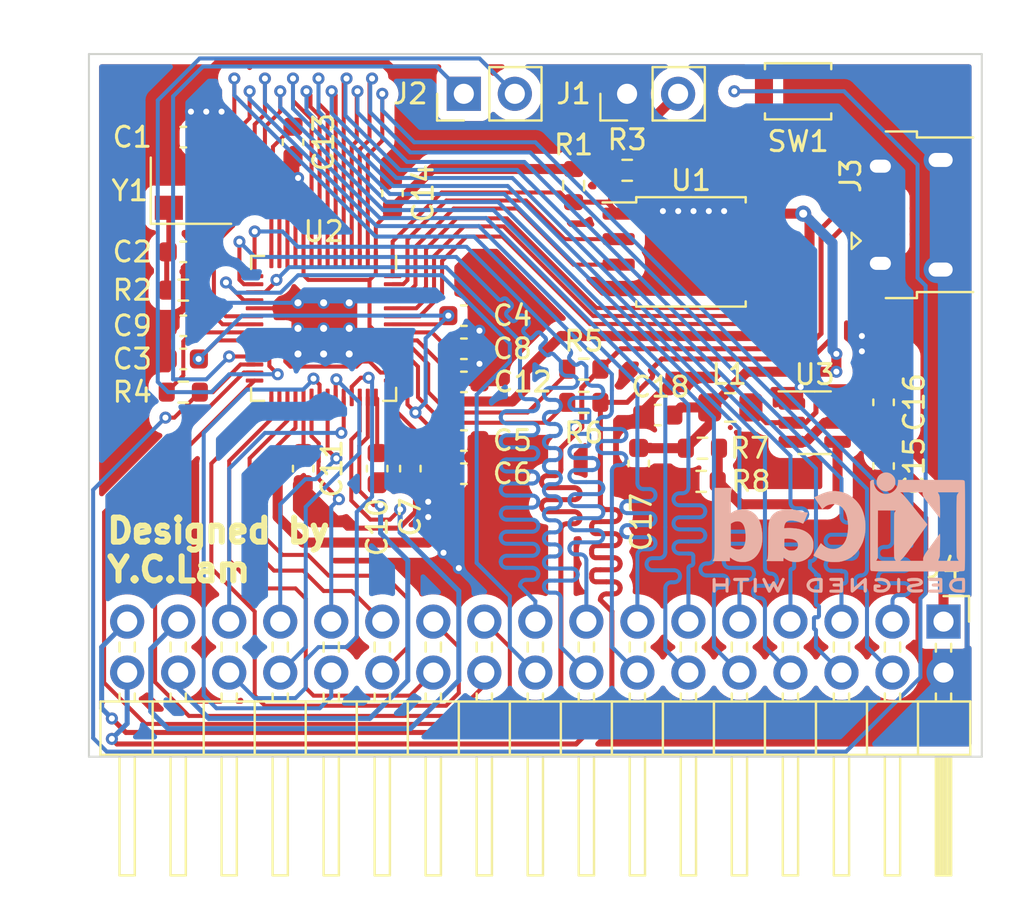
<source format=kicad_pcb>
(kicad_pcb (version 20211014) (generator pcbnew)
  (layers (0 "F.Cu" signal) (31 "B.Cu" signal) (34 "B.Paste" user) (35 "F.Paste" user) (36 "B.SilkS" user "B.Silkscreen") (37 "F.SilkS" user "F.Silkscreen") (38 "B.Mask" user) (39 "F.Mask" user) (44 "Edge.Cuts" user))
  (net 0 "")
  (net 1 "/XIN")
  (net 2 "GND")
  (net 3 "Net-(C3-Pad1)")
  (net 4 "/+3.3v")
  (net 5 "/VIN")
  (net 6 "Net-(C16-Pad1)")
  (net 7 "Net-(C16-Pad2)")
  (net 8 "Net-(J1-Pad2)")
  (net 9 "Net-(J2-Pad1)")
  (net 10 "Net-(J2-Pad2)")
  (net 11 "/USB_DM")
  (net 12 "/USB_DP")
  (net 13 "/GPIO0")
  (net 14 "/GPIO1")
  (net 15 "/GPIO2")
  (net 16 "/GPIO3")
  (net 17 "/GPIO4")
  (net 18 "/GPIO5")
  (net 19 "/GPIO6")
  (net 20 "/GPIO7")
  (net 21 "/GPIO8")
  (net 22 "/GPIO9")
  (net 23 "/GPIO10")
  (net 24 "/GPIO11")
  (net 25 "/GPIO12")
  (net 26 "/GPIO13")
  (net 27 "/GPIO14")
  (net 28 "/GPIO15")
  (net 29 "/GPIO16")
  (net 30 "/GPIO17")
  (net 31 "/GPIO18")
  (net 32 "/GPIO19")
  (net 33 "/GPIO20")
  (net 34 "/GPIO21")
  (net 35 "/GPIO22")
  (net 36 "/GPIO23")
  (net 37 "/GPIO24")
  (net 38 "/GPIO25")
  (net 39 "/GPIO26")
  (net 40 "/GPIO27")
  (net 41 "/GPIO28")
  (net 42 "/GPIO29")
  (net 43 "/QSPI_SS")
  (net 44 "/XOUT")
  (net 45 "Net-(R4-Pad2)")
  (net 46 "Net-(R5-Pad1)")
  (net 47 "Net-(R6-Pad1)")
  (net 48 "Net-(R7-Pad2)")
  (net 49 "/QSPI_SD1")
  (net 50 "/QSPI_SD2")
  (net 51 "/QSPI_SD0")
  (net 52 "/QSPI_SCLK")
  (net 53 "/QSPI_SD3")
  (net 54 "Net-(C2-Pad2)")
  (footprint "rp2040-control-board:RP2040-QFN-56" (layer "F.Cu") (at 93.98 61.976 -90)
    (fp_text reference "U2")
    (fp_text value "RP2040")
  )
  (footprint "Capacitor_SMD:C_0603_1608Metric" (layer "F.Cu") (at 121.857 65.659 90)
    (fp_text reference "C16")
    (fp_text value "100nF")
  )
  (footprint "Capacitor_SMD:C_0603_1608Metric" (layer "F.Cu") (at 98.298 68.961 -90)
    (fp_text reference "C7")
    (fp_text value "100nF")
  )
  (footprint "Capacitor_SMD:C_0603_1608Metric" (layer "F.Cu") (at 100.965 64.643)
    (fp_text reference "C12")
    (fp_text value "100nF")
  )
  (footprint "Resistor_SMD:R_0603_1608Metric" (layer "F.Cu") (at 109.093 54.102 180)
    (fp_text reference "R3")
    (fp_text value "1k")
  )
  (footprint "Resistor_SMD:R_0603_1608Metric" (layer "F.Cu") (at 86.995 60.071 180)
    (fp_text reference "R2")
    (fp_text value "1k")
  )
  (footprint "Inductor_SMD:L_0805_2012Metric_Pad1.15x1.40mm_HandSolder" (layer "F.Cu") (at 114.228 65.913 180)
    (fp_text reference "L1")
    (fp_text value "15uH")
  )
  (footprint "Capacitor_SMD:C_0603_1608Metric" (layer "F.Cu") (at 100.965 62.992)
    (fp_text reference "C8")
    (fp_text value "100nF")
  )
  (footprint "Button_Switch_SMD:SW_SPST_B3U-1000P" (layer "F.Cu") (at 117.602 50.165 180)
    (fp_text reference "SW1")
    (fp_text value "SW_Push")
  )
  (footprint "Capacitor_SMD:C_0603_1608Metric" (layer "F.Cu") (at 109.665 68.707 -90)
    (fp_text reference "C17")
    (fp_text value "56pF")
  )
  (footprint "Capacitor_SMD:C_0603_1608Metric" (layer "F.Cu") (at 97.409 55.245 90)
    (fp_text reference "C14")
    (fp_text value "100nF")
  )
  (footprint "Capacitor_SMD:C_0603_1608Metric" (layer "F.Cu") (at 86.995 52.451)
    (fp_text reference "C1")
    (fp_text value "27pF")
  )
  (footprint "Resistor_SMD:R_0603_1608Metric" (layer "F.Cu") (at 106.934 64.008)
    (fp_text reference "R5")
    (fp_text value "27")
  )
  (footprint "Capacitor_SMD:C_0603_1608Metric" (layer "F.Cu") (at 100.965 61.341)
    (fp_text reference "C4")
    (fp_text value "100nF")
  )
  (footprint "Connector_PinHeader_2.54mm:PinHeader_2x17_P2.54mm_Horizontal" (layer "F.Cu") (at 124.841 76.581 -90)
    (fp_text reference "J4")
    (fp_text value "Conn_02x17_Odd_Even")
  )
  (footprint "Capacitor_SMD:C_0603_1608Metric" (layer "F.Cu") (at 86.995 61.849 180)
    (fp_text reference "C9")
    (fp_text value "100nF")
  )
  (footprint "Capacitor_SMD:C_0603_1608Metric" (layer "F.Cu") (at 100.965 67.564)
    (fp_text reference "C5")
    (fp_text value "1uF")
  )
  (footprint "Connector_PinHeader_2.54mm:PinHeader_1x02_P2.54mm_Vertical" (layer "F.Cu") (at 100.96 50.292 90)
    (fp_text reference "J2")
    (fp_text value "Conn_01x02")
  )
  (footprint "Resistor_SMD:R_0603_1608Metric" (layer "F.Cu") (at 112.839 67.945)
    (fp_text reference "R7")
    (fp_text value "100k")
  )
  (footprint "Connector_USB:USB_Micro-B_Amphenol_10103594-0001LF_Horizontal" (layer "F.Cu") (at 123.583 56.292 90)
    (fp_text reference "J3")
    (fp_text value "USB_A")
  )
  (footprint "Resistor_SMD:R_0603_1608Metric" (layer "F.Cu") (at 86.995 65.151)
    (fp_text reference "R4")
    (fp_text value "10k")
  )
  (footprint "Resistor_SMD:R_0603_1608Metric" (layer "F.Cu") (at 106.934 65.659)
    (fp_text reference "R6")
    (fp_text value "27")
  )
  (footprint "Crystal:Crystal_SMD_Abracon_ABM8G-4Pin_3.2x2.5mm" (layer "F.Cu") (at 87.376 55.118)
    (fp_text reference "Y1")
    (fp_text value "ABM8-12.000MHZ-B2-T")
  )
  (footprint "Resistor_SMD:R_0603_1608Metric" (layer "F.Cu") (at 112.776 69.596 180)
    (fp_text reference "R8")
    (fp_text value "22.1k")
  )
  (footprint "Capacitor_SMD:C_0603_1608Metric" (layer "F.Cu") (at 86.995 63.5 180)
    (fp_text reference "C3")
    (fp_text value "100nf")
  )
  (footprint "Capacitor_SMD:C_0603_1608Metric" (layer "F.Cu") (at 92.456 52.705 -90)
    (fp_text reference "C13")
    (fp_text value "100nF")
  )
  (footprint "Package_TO_SOT_SMD:SOT-23-6" (layer "F.Cu") (at 118.428 66.675)
    (fp_text reference "U3")
    (fp_text value "TPS54202DDC")
  )
  (footprint "Package_SO:SOIC-8_5.23x5.23mm_P1.27mm" (layer "F.Cu") (at 112.268 58.166)
    (fp_text reference "U1")
    (fp_text value "W25Q128JVS")
  )
  (footprint "Resistor_SMD:R_0603_1608Metric" (layer "F.Cu") (at 106.426 54.864 -90)
    (fp_text reference "R1")
    (fp_text value "DNF")
  )
  (footprint "Capacitor_SMD:C_0603_1608Metric" (layer "F.Cu") (at 110.617 66.294 180)
    (fp_text reference "C18")
    (fp_text value "47uF")
  )
  (footprint "Capacitor_SMD:C_0603_1608Metric" (layer "F.Cu") (at 100.965 69.215)
    (fp_text reference "C6")
    (fp_text value "1uF")
  )
  (footprint "Connector_PinHeader_2.54mm:PinHeader_1x02_P2.54mm_Vertical" (layer "F.Cu") (at 109.088 50.292 90)
    (fp_text reference "J1")
    (fp_text value "Conn_01x02")
  )
  (footprint "Capacitor_SMD:C_0603_1608Metric" (layer "F.Cu") (at 92.964 68.961 -90)
    (fp_text reference "C11")
    (fp_text value "100nF")
  )
  (footprint "Capacitor_SMD:C_0603_1608Metric" (layer "F.Cu") (at 96.647 68.961 -90)
    (fp_text reference "C10")
    (fp_text value "100nF")
  )
  (footprint "Capacitor_SMD:C_0603_1608Metric" (layer "F.Cu") (at 121.857 68.834 -90)
    (fp_text reference "C15")
    (fp_text value "1uF")
  )
  (footprint "Capacitor_SMD:C_0603_1608Metric" (layer "F.Cu") (at 86.995 58.166 180)
    (fp_text reference "C2")
    (fp_text value "27pF")
  )
  (footprint "Symbol:KiCad-Logo2_5mm_SilkScreen" (layer "B.Cu") (at 119.634 72.136 180)
    (fp_text reference "REF**" hide)
    (fp_text value "KiCad-Logo2_5mm_SilkScreen" hide)
  )
  (gr_line (start 82.296 48.312) (end 126.746 48.312) (layer "Edge.Cuts") (width 0.1))
  (gr_line (start 82.296 83.312) (end 126.746 83.312) (layer "Edge.Cuts") (width 0.1))
  (gr_line (start 82.296 83.312) (end 82.296 48.312) (layer "Edge.Cuts") (width 0.1))
  (gr_line (start 126.746 83.312) (end 126.746 48.312) (layer "Edge.Cuts") (width 0.1))
  (gr_text "Designed by\nY.C.Lam" (at 83.058 73.025) (layer "F.SilkS") (effects (font (size 1.2 1.2) (thickness 0.3)) (justify left)))
  (segment (start 89.475511 56.867511) (end 88.51952 57.823502) (width 0.2) (layer "F.Cu") (net 1))
  (segment (start 88.51952 60.776514) (end 89.119006 61.376) (width 0.2) (layer "F.Cu") (net 1))
  (segment (start 88.977489 55.068489) (end 89.475511 55.068489) (width 0.2) (layer "F.Cu") (net 1))
  (segment (start 89.475511 55.068489) (end 89.475511 56.867511) (width 0.2) (layer "F.Cu") (net 1))
  (segment (start 88.476 54.268) (end 88.476 54.567) (width 0.2) (layer "F.Cu") (net 1))
  (segment (start 88.51952 57.823502) (end 88.51952 60.776514) (width 0.2) (layer "F.Cu") (net 1))
  (segment (start 89.119006 61.376) (end 90.5425 61.376) (width 0.2) (layer "F.Cu") (net 1))
  (segment (start 88.476 53.157) (end 87.77 52.451) (width 0.2) (layer "F.Cu") (net 1))
  (segment (start 88.476 54.567) (end 88.977489 55.068489) (width 0.2) (layer "F.Cu") (net 1))
  (segment (start 88.476 54.268) (end 88.476 53.157) (width 0.2) (layer "F.Cu") (net 1))
  (segment (start 88.376 55.968) (end 86.676 54.268) (width 0.25) (layer "F.Cu") (net 2))
  (segment (start 98.044 49.784) (end 98.044 53.835) (width 0.5) (layer "F.Cu") (net 2))
  (segment (start 87.77 58.166) (end 87.77 56.674) (width 0.25) (layer "F.Cu") (net 2))
  (segment (start 86.676 54.268) (end 86.276 54.268) (width 0.25) (layer "F.Cu") (net 2))
  (segment (start 86.22 52.451) (end 86.22 51.321) (width 0.5) (layer "F.Cu") (net 2))
  (segment (start 86.276 54.268) (end 86.276 52.507) (width 0.5) (layer "F.Cu") (net 2))
  (segment (start 121.857 69.609) (end 123.571 71.323) (width 0.25) (layer "F.Cu") (net 2))
  (segment (start 86.276 52.507) (end 86.22 52.451) (width 0.5) (layer "F.Cu") (net 2))
  (segment (start 98.298 69.736) (end 98.552 69.99) (width 0.25) (layer "F.Cu") (net 2))
  (segment (start 97.028 48.768) (end 98.044 49.784) (width 0.5) (layer "F.Cu") (net 2))
  (segment (start 111.837 69.482) (end 111.951 69.596) (width 0.5) (layer "F.Cu") (net 2))
  (segment (start 86.22 63.5) (end 86.22 61.849) (width 0.25) (layer "F.Cu") (net 2))
  (segment (start 101.74 69.215) (end 101.74 67.564) (width 0.5) (layer "F.Cu") (net 2))
  (segment (start 98.298 69.736) (end 96.647 69.736) (width 0.5) (layer "F.Cu") (net 2))
  (segment (start 109.665 69.482) (end 111.837 69.482) (width 0.5) (layer "F.Cu") (net 2))
  (segment (start 123.571 77.851) (end 124.841 79.121) (width 0.25) (layer "F.Cu") (net 2))
  (segment (start 88.773 48.768) (end 97.028 48.768) (width 0.5) (layer "F.Cu") (net 2))
  (segment (start 98.552 69.99) (end 98.552 71.12) (width 0.25) (layer "F.Cu") (net 2))
  (segment (start 95.15352 71.92552) (end 92.964 69.736) (width 0.25) (layer "F.Cu") (net 2))
  (segment (start 86.995 58.941) (end 87.77 58.166) (width 0.25) (layer "F.Cu") (net 2))
  (segment (start 121.818 55.017) (end 121.818 54.017) (width 0.5) (layer "F.Cu") (net 2))
  (segment (start 86.22 61.849) (end 86.995 61.074) (width 0.25) (layer "F.Cu") (net 2))
  (segment (start 101.74 64.643) (end 101.74 63.741) (width 0.5) (layer "F.Cu") (net 2))
  (segment (start 86.995 61.074) (end 86.995 58.941) (width 0.25) (layer "F.Cu") (net 2))
  (segment (start 86.22 51.321) (end 88.773 48.768) (width 0.5) (layer "F.Cu") (net 2))
  (segment (start 98.044 53.835) (end 97.409 54.47) (width 0.5) (layer "F.Cu") (net 2))
  (segment (start 92.456 54.229) (end 92.71 54.483) (width 0.2) (layer "F.Cu") (net 2))
  (segment (start 92.456 53.48) (end 92.456 54.229) (width 0.2) (layer "F.Cu") (net 2))
  (segment (start 97.74648 71.92552) (end 95.15352 71.92552) (width 0.25) (layer "F.Cu") (net 2))
  (segment (start 86.233 52.438) (end 86.22 52.451) (width 0.5) (layer "F.Cu") (net 2))
  (segment (start 126.015511 77.946489) (end 126.015511 60.364511) (width 0.25) (layer "F.Cu") (net 2))
  (segment (start 101.74 63.741) (end 101.74 62.09) (width 0.5) (layer "F.Cu") (net 2))
  (segment (start 87.77 56.674) (end 88.476 55.968) (width 0.25) (layer "F.Cu") (net 2))
  (segment (start 101.74 62.09) (end 101.74 61.341) (width 0.5) (layer "F.Cu") (net 2))
  (segment (start 126.015511 60.364511) (end 124.698 59.047) (width 0.25) (layer "F.Cu") (net 2))
  (segment (start 92.98 60.976) (end 93.98 61.976) (width 0.2) (layer "F.Cu") (net 2))
  (segment (start 124.841 79.121) (end 126.015511 77.946489) (width 0.25) (layer "F.Cu") (net 2))
  (segment (start 98.552 71.12) (end 97.74648 71.92552) (width 0.25) (layer "F.Cu") (net 2))
  (segment (start 90.5425 60.976) (end 92.98 60.976) (width 0.2) (layer "F.Cu") (net 2))
  (segment (start 88.476 55.968) (end 88.376 55.968) (width 0.25) (layer "F.Cu") (net 2))
  (segment (start 123.571 71.323) (end 123.571 77.851) (width 0.25) (layer "F.Cu") (net 2))
  (segment (start 121.818 54.017) (end 121.698 53.897) (width 0.5) (layer "F.Cu") (net 2))
  (via (at 99.949 73.152) (size 0.6) (drill 0.3) (layers "F.Cu" "B.Cu") (net 2))
  (via (at 88.138 51.181) (size 0.6) (drill 0.3) (layers "F.Cu" "B.Cu") (net 2))
  (via (at 120.777 63.119) (size 0.6) (drill 0.3) (layers "F.Cu" "B.Cu") (net 2))
  (via (at 117.729 64.897) (size 0.6) (drill 0.3) (layers "F.Cu" "B.Cu") (net 2))
  (via (at 120.777 62.357) (size 0.6) (drill 0.3) (layers "F.Cu" "B.Cu") (net 2))
  (via (at 113.919 56.134) (size 0.6) (drill 0.3) (layers "F.Cu" "B.Cu") (net 2))
  (via (at 101.74 62.09) (size 0.6) (drill 0.3) (layers "F.Cu" "B.Cu") (net 2))
  (via (at 100.711 73.914) (size 0.6) (drill 0.3) (layers "F.Cu" "B.Cu") (net 2))
  (via (at 110.871 56.134) (size 0.6) (drill 0.3) (layers "F.Cu" "B.Cu") (net 2))
  (via (at 92.71 54.483) (size 0.6) (drill 0.3) (layers "F.Cu" "B.Cu") (net 2))
  (via (at 101.74 63.741) (size 0.6) (drill 0.3) (layers "F.Cu" "B.Cu") (net 2))
  (via (at 112.395 56.134) (size 0.6) (drill 0.3) (layers "F.Cu" "B.Cu") (net 2))
  (via (at 113.157 56.134) (size 0.6) (drill 0.3) (layers "F.Cu" "B.Cu") (net 2))
  (via (at 99.187 70.612) (size 0.6) (drill 0.3) (layers "F.Cu" "B.Cu") (net 2))
  (via (at 88.9 51.181) (size 0.6) (drill 0.3) (layers "F.Cu" "B.Cu") (net 2))
  (via (at 111.633 56.134) (size 0.6) (drill 0.3) (layers "F.Cu" "B.Cu") (net 2))
  (via (at 87.376 51.181) (size 0.6) (drill 0.3) (layers "F.Cu" "B.Cu") (net 2))
  (via (at 99.187 71.374) (size 0.6) (drill 0.3) (layers "F.Cu" "B.Cu") (net 2))
  (segment (start 124.841 79.121) (end 126.015511 77.946489) (width 0.25) (layer "B.Cu") (net 2))
  (segment (start 92.705 60.701) (end 88.778 60.701) (width 0.2) (layer "B.Cu") (net 2))
  (segment (start 126.015511 75.088511) (end 125.349 74.422) (width 0.25) (layer "B.Cu") (net 2))
  (segment (start 88.778 60.701) (end 88.646 60.833) (width 0.2) (layer "B.Cu") (net 2))
  (segment (start 126.015511 77.946489) (end 126.015511 75.088511) (width 0.25) (layer "B.Cu") (net 2))
  (segment (start 97.949295 63.776) (end 97.4175 63.776) (width 0.2) (layer "F.Cu") (net 3))
  (segment (start 88.694 62.576) (end 90.5425 62.576) (width 0.2) (layer "F.Cu") (net 3))
  (segment (start 99.755 61.776) (end 100.19 61.341) (width 0.2) (layer "F.Cu") (net 3))
  (segment (start 99.949 67.564) (end 100.19 67.564) (width 0.2) (layer "F.Cu") (net 3))
  (segment (start 98.15452 63.981225) (end 97.949295 63.776) (width 0.2) (layer "F.Cu") (net 3))
  (segment (start 98.552 66.167) (end 98.15452 65.76952) (width 0.2) (layer "F.Cu") (net 3))
  (segment (start 97.4175 61.776) (end 99.755 61.776) (width 0.2) (layer "F.Cu") (net 3))
  (segment (start 98.15452 65.76952) (end 98.15452 63.981225) (width 0.2) (layer "F.Cu") (net 3))
  (segment (start 98.552 66.167) (end 99.949 67.564) (width 0.2) (layer "F.Cu") (net 3))
  (segment (start 87.77 63.5) (end 88.694 62.576) (width 0.2) (layer "F.Cu") (net 3))
  (via (at 98.552 66.167) (size 0.6) (drill 0.3) (layers "F.Cu" "B.Cu") (net 3))
  (via (at 87.757 63.5) (size 0.6) (drill 0.3) (layers "F.Cu" "B.Cu") (net 3))
  (via (at 100.19 61.341) (size 0.6) (drill 0.3) (layers "F.Cu" "B.Cu") (net 3))
  (segment (start 99.06 62.471) (end 100.19 61.341) (width 0.2) (layer "B.Cu") (net 3))
  (segment (start 99.06 65.659) (end 99.06 62.471) (width 0.2) (layer "B.Cu") (net 3))
  (segment (start 100.19 61.341) (end 89.916 61.341) (width 0.2) (layer "B.Cu") (net 3))
  (segment (start 89.916 61.341) (end 87.757 63.5) (width 0.2) (layer "B.Cu") (net 3))
  (segment (start 98.552 66.167) (end 99.06 65.659) (width 0.2) (layer "B.Cu") (net 3))
  (segment (start 96.266 59.563) (end 96.58 59.249) (width 0.2) (layer "F.Cu") (net 4))
  (segment (start 96.58 56.849) (end 96.58 58.5385) (width 0.2) (layer "F.Cu") (net 4))
  (segment (start 113.203 65.913) (end 113.203 66.756) (width 0.5) (layer "F.Cu") (net 4))
  (segment (start 92.964 72.644) (end 99.187 72.644) (width 0.5) (layer "F.Cu") (net 4))
  (segment (start 92.98 58.5385) (end 92.98 59.325) (width 0.2) (layer "F.Cu") (net 4))
  (segment (start 113.284 65.913) (end 113.203 65.913) (width 0.5) (layer "F.Cu") (net 4))
  (segment (start 97.4175 65.1725) (end 97.4175 67.3055) (width 0.2) (layer "F.Cu") (net 4))
  (segment (start 96.266 63.627) (end 95.868231 63.627) (width 0.2) (layer "F.Cu") (net 4))
  (segment (start 86.995 62.624) (end 86.995 64.326) (width 0.2) (layer "F.Cu") (net 4))
  (segment (start 91.45852 52.92748) (end 91.45852 54.12052) (width 0.2) (layer "F.Cu") (net 4))
  (segment (start 111.773 65.913) (end 111.392 66.294) (width 0.5) (layer "F.Cu") (net 4))
  (segment (start 97.4175 62.176) (end 99.374 62.176) (width 0.2) (layer "F.Cu") (net 4))
  (segment (start 113.203 65.913) (end 111.773 65.913) (width 0.5) (layer "F.Cu") (net 4))
  (segment (start 96.647 68.186) (end 96.647 65.4805) (width 0.2) (layer "F.Cu") (net 4))
  (segment (start 99.39 54.039) (end 106.426 54.039) (width 0.5) (layer "F.Cu") (net 4))
  (segment (start 109.665 67.932) (end 110.249 67.932) (width 0.5) (layer "F.Cu") (net 4))
  (segment (start 93.218 59.563) (end 96.266 59.563) (width 0.2) (layer "F.Cu") (net 4))
  (segment (start 87.77 61.849) (end 86.995 62.624) (width 0.2) (layer "F.Cu") (net 4))
  (segment (start 91.45852 54.12052) (end 92.98 55.642) (width 0.2) (layer "F.Cu") (net 4))
  (segment (start 86.995 64.326) (end 86.17 65.151) (width 0.2) (layer "F.Cu") (net 4))
  (segment (start 118.170481 61.534519) (end 117.348 62.357) (width 0.5) (layer "F.Cu") (net 4))
  (segment (start 96.593 62.176) (end 96.266 61.849) (width 0.2) (layer "F.Cu") (net 4))
  (segment (start 95.868231 63.627) (end 95.616389 63.878842) (width 0.2) (layer "F.Cu") (net 4))
  (segment (start 92.075 63.627) (end 92.075 62.176) (width 0.2) (layer "F.Cu") (net 4))
  (segment (start 92.85 68.186) (end 91.694 69.342) (width 0.5) (layer "F.Cu") (net 4))
  (segment (start 96.815 64.176) (end 97.4175 64.176) (width 0.2) (layer "F.Cu") (net 4))
  (segment (start 96.647 65.4805) (end 96.58 65.4135) (width 0.2) (layer "F.Cu") (net 4))
  (segment (start 87.77 61.849) (end 88.097 62.176) (width 0.2) (layer "F.Cu") (net 4))
  (segment (start 113.203 66.756) (end 112.014 67.945) (width 0.5) (layer "F.Cu") (net 4))
  (segment (start 100.19 71.641) (end 100.19 69.215) (width 0.5) (layer "F.Cu") (net 4))
  (segment (start 103.378 65.61748) (end 104.013 64.98248) (width 0.5) (layer "F.Cu") (net 4))
  (segment (start 95.616389 63.878842) (end 92.326842 63.878842) (width 0.2) (layer "F.Cu") (net 4))
  (segment (start 88.097 62.176) (end 90.5425 62.176) (width 0.2) (layer "F.Cu") (net 4))
  (segment (start 97.4175 65.9215) (end 99.314 67.818) (width 0.2) (layer "F.Cu") (net 4))
  (segment (start 96.266 61.849) (end 96.266 59.563) (width 0.2) (layer "F.Cu") (net 4))
  (segment (start 96.647 68.186) (end 98.298 68.186) (width 0.5) (layer "F.Cu") (net 4))
  (segment (start 115.868 56.261) (end 117.856 56.261) (width 0.5) (layer "F.Cu") (net 4))
  (segment (start 91.694 71.374) (end 92.964 72.644) (width 0.5) (layer "F.Cu") (net 4))
  (segment (start 97.409 56.02) (end 99.39 54.039) (width 0.5) (layer "F.Cu") (net 4))
  (segment (start 97.409 56.02) (end 96.58 56.849) (width 0.2) (layer "F.Cu") (net 4))
  (segment (start 99.374 62.176) (end 100.19 62.992) (width 0.2) (layer "F.Cu") (net 4))
  (segment (start 104.013 64.98248) (end 104.013 64.135) (width 0.5) (layer "F.Cu") (net 4))
  (segment (start 92.98 55.642) (end 92.98 58.5385) (width 0.2) (layer "F.Cu") (net 4))
  (segment (start 100.19 64.122) (end 98.644 62.576) (width 0.2) (layer "F.Cu") (net 4))
  (segment (start 92.964 68.186) (end 92.98 68.17) (width 0.2) (layer "F.Cu") (net 4))
  (segment (start 112.014 67.945) (end 110.262 67.945) (width 0.5) (layer "F.Cu") (net 4))
  (segment (start 100.19 64.643) (end 100.19 65.011) (width 0.5) (layer "F.Cu") (net 4))
  (segment (start 97.4175 67.3055) (end 98.298 68.186) (width 0.2) (layer "F.Cu") (net 4))
  (segment (start 117.856 56.261) (end 118.170481 56.575481) (width 0.5) (layer "F.Cu") (net 4))
  (segment (start 100.19 64.643) (end 100.19 64.122) (width 0.2) (layer "F.Cu") (net 4))
  (segment (start 100.19 65.011) (end 100.79648 65.61748) (width 0.5) (layer "F.Cu") (net 4))
  (segment (start 97.4175 62.176) (end 97.4175 62.576) (width 0.2) (layer "F.Cu") (net 4))
  (segment (start 97.4175 64.176) (end 97.4175 65.1725) (width 0.2) (layer "F.Cu") (net 4))
  (segment (start 97.4175 65.1725) (end 97.4175 65.9215) (width 0.2) (layer "F.Cu") (net 4))
  (segment (start 117.348 62.357) (end 105.791 62.357) (width 0.5) (layer "F.Cu") (net 4))
  (segment (start 96.266 63.627) (end 96.815 64.176) (width 0.2) (layer "F.Cu") (net 4))
  (segment (start 99.187 72.644) (end 100.19 71.641) (width 0.5) (layer "F.Cu") (net 4))
  (segment (start 92.98 68.17) (end 92.98 65.4135) (width 0.2) (layer "F.Cu") (net 4))
  (segment (start 98.644 62.576) (end 97.4175 62.576) (width 0.2) (layer "F.Cu") (net 4))
  (segment (start 119.507 64.135) (end 119.507 63.246) (width 0.5) (layer "F.Cu") (net 4))
  (segment (start 96.266 61.849) (end 96.266 63.627) (width 0.2) (layer "F.Cu") (net 4))
  (segment (start 99.314 67.818) (end 99.314 68.339) (width 0.2) (layer "F.Cu") (net 4))
  (segment (start 99.314 68.339) (end 100.19 69.215) (width 0.2) (layer "F.Cu") (net 4))
  (segment (start 100.79648 65.61748) (end 103.378 65.61748) (width 0.5) (layer "F.Cu") (net 4))
  (segment (start 92.075 62.176) (end 90.5425 62.176) (width 0.2) (layer "F.Cu") (net 4))
  (segment (start 115.062 64.135) (end 113.284 65.913) (width 0.5) (layer "F.Cu") (net 4))
  (segment (start 92.456 51.93) (end 91.45852 52.92748) (width 0.2) (layer "F.Cu") (net 4))
  (segment (start 91.694 69.342) (end 91.694 71.374) (width 0.5) (layer "F.Cu") (net 4))
  (segment (start 96.58 59.249) (end 96.58 58.5385) (width 0.2) (layer "F.Cu") (net 4))
  (segment (start 118.170481 56.575481) (end 118.170481 61.534519) (width 0.5) (layer "F.Cu") (net 4))
  (segment (start 92.964 68.186) (end 92.85 68.186) (width 0.5) (layer "F.Cu") (net 4))
  (segment (start 105.791 62.357) (end 104.013 64.135) (width 0.5) (layer "F.Cu") (net 4))
  (segment (start 92.98 59.325) (end 93.218 59.563) (width 0.2) (layer "F.Cu") (net 4))
  (segment (start 97.4175 62.176) (end 96.593 62.176) (width 0.2) (layer "F.Cu") (net 4))
  (segment (start 92.326842 63.878842) (end 92.075 63.627) (width 0.2) (layer "F.Cu") (net 4))
  (segment (start 119.507 64.135) (end 115.062 64.135) (width 0.5) (layer "F.Cu") (net 4))
  (segment (start 110.262 67.945) (end 110.249 67.932) (width 0.5) (layer "F.Cu") (net 4))
  (via (at 119.507 63.246) (size 0.6) (drill 0.3) (layers "F.Cu" "B.Cu") (net 4))
  (via (at 119.507 64.135) (size 0.6) (drill 0.3) (layers "F.Cu" "B.Cu") (net 4))
  (via (at 117.856 56.261) (size 0.8) (drill 0.4) (layers "F.Cu" "B.Cu") (net 4))
  (segment (start 119.507 63.246) (end 119.3165 63.0555) (width 0.5) (layer "B.Cu") (net 4))
  (segment (start 119.3165 63.0555) (end 119.3165 57.7215) (width 0.5) (layer "B.Cu") (net 4))
  (segment (start 119.3165 57.7215) (end 117.856 56.261) (width 0.5) (layer "B.Cu") (net 4))
  (segment (start 122.936 66.98) (end 121.857 68.059) (width 0.5) (layer "F.Cu") (net 5))
  (segment (start 117.2905 67.625) (end 117.986 67.625) (width 0.5) (layer "F.Cu") (net 5))
  (segment (start 120.618978 57.617) (end 120.396 57.839978) (width 0.5) (layer "F.Cu") (net 5))
  (segment (start 121.818 57.617) (end 120.618978 57.617) (width 0.5) (layer "F.Cu") (net 5))
  (segment (start 121.857 68.059) (end 120.473 66.675) (width 0.5) (layer "F.Cu") (net 5))
  (segment (start 124.841 76.581) (end 124.841 71.043) (width 0.5) (layer "F.Cu") (net 5))
  (segment (start 120.396 60.833) (end 122.936 63.373) (width 0.5) (layer "F.Cu") (net 5))
  (segment (start 120.396 57.839978) (end 120.396 60.833) (width 0.5) (layer "F.Cu") (net 5))
  (segment (start 124.841 71.043) (end 121.857 68.059) (width 0.5) (layer "F.Cu") (net 5))
  (segment (start 118.936 66.675) (end 119.5655 66.675) (width 0.5) (layer "F.Cu") (net 5))
  (segment (start 117.986 67.625) (end 118.936 66.675) (width 0.5) (layer "F.Cu") (net 5))
  (segment (start 120.473 66.675) (end 119.5655 66.675) (width 0.5) (layer "F.Cu") (net 5))
  (segment (start 122.936 63.373) (end 122.936 66.98) (width 0.5) (layer "F.Cu") (net 5))
  (segment (start 119.5655 65.725) (end 121.148 65.725) (width 0.25) (layer "F.Cu") (net 6))
  (segment (start 121.148 65.725) (end 121.857 66.434) (width 0.25) (layer "F.Cu") (net 6))
  (segment (start 117.2905 66.675) (end 116.015 66.675) (width 0.25) (layer "F.Cu") (net 7))
  (segment (start 118.491 65.151) (end 118.758 64.884) (width 0.25) (layer "F.Cu") (net 7))
  (segment (start 116.015 66.675) (end 115.253 65.913) (width 0.25) (layer "F.Cu") (net 7))
  (segment (start 118.758 64.884) (end 121.857 64.884) (width 0.25) (layer "F.Cu") (net 7))
  (segment (start 117.975032 66.675) (end 118.491 66.159032) (width 0.25) (layer "F.Cu") (net 7))
  (segment (start 118.491 66.159032) (end 118.491 65.151) (width 0.25) (layer "F.Cu") (net 7))
  (segment (start 117.2905 66.675) (end 117.975032 66.675) (width 0.25) (layer "F.Cu") (net 7))
  (segment (start 109.918 52.002) (end 111.628 50.292) (width 0.5) (layer "F.Cu") (net 8))
  (segment (start 109.918 54.102) (end 109.918 52.002) (width 0.5) (layer "F.Cu") (net 8))
  (segment (start 109.918 54.102) (end 109.977 54.043) (width 0.25) (layer "F.Cu") (net 8))
  (segment (start 90.5425 63.376) (end 89.278 63.376) (width 0.2) (layer "F.Cu") (net 9))
  (segment (start 89.278 63.376) (end 89.154 63.5) (width 0.2) (layer "F.Cu") (net 9))
  (via (at 89.278 63.376) (size 0.6) (drill 0.3) (layers "F.Cu" "B.Cu") (net 9))
  (segment (start 87.975511 48.930489) (end 99.598489 48.930489) (width 0.2) (layer "B.Cu") (net 9))
  (segment (start 86.487 64.516) (end 86.487 50.419) (width 0.2) (layer "B.Cu") (net 9))
  (segment (start 86.487 50.419) (end 87.975511 48.930489) (width 0.2) (layer "B.Cu") (net 9))
  (segment (start 88.138 64.516) (end 86.487 64.516) (width 0.2) (layer "B.Cu") (net 9))
  (segment (start 89.278 63.376) (end 88.138 64.516) (width 0.2) (layer "B.Cu") (net 9))
  (segment (start 99.598489 48.930489) (end 100.96 50.292) (width 0.2) (layer "B.Cu") (net 9))
  (segment (start 91.27952 63.181225) (end 91.27952 63.84752) (width 0.2) (layer "F.Cu") (net 10))
  (segment (start 90.5425 62.976) (end 91.074295 62.976) (width 0.2) (layer "F.Cu") (net 10))
  (segment (start 91.27952 63.84752) (end 91.694 64.262) (width 0.2) (layer "F.Cu") (net 10))
  (segment (start 91.074295 62.976) (end 91.27952 63.181225) (width 0.2) (layer "F.Cu") (net 10))
  (via (at 91.694 64.262) (size 0.6) (drill 0.3) (layers "F.Cu" "B.Cu") (net 10))
  (segment (start 88.392 65.151) (end 86.233 65.151) (width 0.2) (layer "B.Cu") (net 10))
  (segment (start 85.725 64.643) (end 85.725 50.615994) (width 0.2) (layer "B.Cu") (net 10))
  (segment (start 88.140998 48.53097) (end 101.73897 48.53097) (width 0.2) (layer "B.Cu") (net 10))
  (segment (start 85.725 50.615994) (end 87.810025 48.530969) (width 0.2) (layer "B.Cu") (net 10))
  (segment (start 89.281 64.262) (end 88.392 65.151) (width 0.2) (layer "B.Cu") (net 10))
  (segment (start 91.694 64.262) (end 89.281 64.262) (width 0.2) (layer "B.Cu") (net 10))
  (segment (start 101.73897 48.53097) (end 103.5 50.292) (width 0.2) (layer "B.Cu") (net 10))
  (segment (start 87.810025 48.530969) (end 88.140998 48.53097) (width 0.2) (layer "B.Cu") (net 10))
  (segment (start 86.233 65.151) (end 85.725 64.643) (width 0.2) (layer "B.Cu") (net 10))
  (segment (start 108.059 75.201) (end 108.444272 75.201) (width 0.25) (layer "F.Cu") (net 11))
  (segment (start 110.322963 64.428601) (end 110.353373 64.36892) (width 0.25) (layer "F.Cu") (net 11))
  (segment (start 108.444272 72.201) (end 107.759 72.201) (width 0.25) (layer "F.Cu") (net 11))
  (segment (start 107.541364 71.601) (end 107.759 71.601) (width 0.25) (layer "F.Cu") (net 11))
  (segment (start 110.2995 64.153028) (end 110.276222 64.128994) (width 0.25) (layer "F.Cu") (net 11))
  (segment (start 108.444272 71.001) (end 108.059 71.001) (width 0.25) (layer "F.Cu") (net 11))
  (segment (start 108.331 80.899) (end 108.331 76.073) (width 0.25) (layer "F.Cu") (net 11))
  (segment (start 110.2995 64.4525) (end 110.322963 64.428601) (width 0.25) (layer "F.Cu") (net 11))
  (segment (start 119.817 56.967) (end 121.818 56.967) (width 0.25) (layer "F.Cu") (net 11))
  (segment (start 110.322963 64.176927) (end 110.2995 64.153028) (width 0.25) (layer "F.Cu") (net 11))
  (segment (start 119.253 62.484) (end 119.253 57.531) (width 0.25) (layer "F.Cu") (net 11))
  (segment (start 119.253 57.531) (end 119.817 56.967) (width 0.25) (layer "F.Cu") (net 11))
  (segment (start 110.245846 64.069378) (end 110.815224 63.5) (width 0.25) (layer "F.Cu") (net 11))
  (segment (start 107.759 65.659) (end 109.093 65.659) (width 0.25) (layer "F.Cu") (net 11))
  (segment (start 107.759 70.701) (end 107.759 70.288267) (width 0.25) (layer "F.Cu") (net 11))
  (segment (start 107.541364 74.001) (end 107.759 74.001) (width 0.25) (layer "F.Cu") (net 11))
  (segment (start 83.693 82.677) (end 106.553 82.677) (width 0.25) (layer "F.Cu") (net 11))
  (segment (start 107.323728 71.983364) (end 107.323728 71.818636) (width 0.25) (layer "F.Cu") (net 11))
  (segment (start 110.353373 64.36892) (end 110.363851 64.302764) (width 0.25) (layer "F.Cu") (net 11))
  (segment (start 107.323728 73.183364) (end 107.323728 73.018636) (width 0.25) (layer "F.Cu") (net 11))
  (segment (start 110.363851 64.302764) (end 110.353373 64.236608) (width 0.25) (layer "F.Cu") (net 11))
  (segment (start 110.276222 64.128994) (end 110.245846 64.069378) (width 0.25) (layer "F.Cu") (net 11))
  (segment (start 107.541364 72.801) (end 107.759 72.801) (width 0.25) (layer "F.Cu") (net 11))
  (segment (start 118.237 63.5) (end 119.253 62.484) (width 0.25) (layer "F.Cu") (net 11))
  (segment (start 110.353373 64.236608) (end 110.322963 64.176927) (width 0.25) (layer "F.Cu") (net 11))
  (segment (start 108.444272 74.601) (end 108.059 74.601) (width 0.25) (layer "F.Cu") (net 11))
  (segment (start 107.759 73.401) (end 107.541364 73.401) (width 0.25) (layer "F.Cu") (net 11))
  (segment (start 106.553 82.677) (end 108.331 80.899) (width 0.25) (layer "F.Cu") (net 11))
  (segment (start 107.759 71.601) (end 108.444272 71.601) (width 0.25) (layer "F.Cu") (net 11))
  (segment (start 107.759 72.801) (end 108.444272 72.801) (width 0.25) (layer "F.Cu") (net 11))
  (segment (start 107.759 74.001) (end 108.444272 74.001) (width 0.25) (layer "F.Cu") (net 11))
  (segment (start 108.444272 73.401) (end 107.759 73.401) (width 0.25) (layer "F.Cu") (net 11))
  (segment (start 110.815224 63.5) (end 118.237 63.5) (width 0.25) (layer "F.Cu") (net 11))
  (segment (start 109.093 65.659) (end 110.2995 64.4525) (width 0.25) (layer "F.Cu") (net 11))
  (segment (start 108.059 74.601) (end 107.541364 74.601) (width 0.25) (layer "F.Cu") (net 11))
  (segment (start 108.331 76.073) (end 107.759 75.501) (width 0.25) (layer "F.Cu") (net 11))
  (segment (start 107.323728 74.383364) (end 107.323728 74.218636) (width 0.25) (layer "F.Cu") (net 11))
  (segment (start 83.439 82.423) (end 83.693 82.677) (width 0.25) (layer "F.Cu") (net 11))
  (segment (start 107.759 72.201) (end 107.541364 72.201) (width 0.25) (layer "F.Cu") (net 11))
  (segment (start 107.759 70.288267) (end 107.759 65.659) (width 0.25) (layer "F.Cu") (net 11))
  (via (at 83.439 82.423) (size 0.6) (drill 0.3) (layers "F.Cu" "B.Cu") (net 11))
  (arc (start 108.744272 73.701) (mid 108.656404 73.488868) (end 108.444272 73.401) (width 0.25) (layer "F.Cu") (net 11))
  (arc (start 107.323728 73.018636) (mid 107.387472 72.864744) (end 107.541364 72.801) (width 0.25) (layer "F.Cu") (net 11))
  (arc (start 108.744272 74.901) (mid 108.656404 74.688868) (end 108.444272 74.601) (width 0.25) (layer "F.Cu") (net 11))
  (arc (start 108.744272 72.501) (mid 108.656404 72.288868) (end 108.444272 72.201) (width 0.25) (layer "F.Cu") (net 11))
  (arc (start 108.059 71.001) (mid 107.846868 70.913132) (end 107.759 70.701) (width 0.25) (layer "F.Cu") (net 11))
  (arc (start 107.323728 71.818636) (mid 107.387472 71.664744) (end 107.541364 71.601) (width 0.25) (layer "F.Cu") (net 11))
  (arc (start 107.541364 72.201) (mid 107.387472 72.137256) (end 107.323728 71.983364) (width 0.25) (layer "F.Cu") (net 11))
  (arc (start 108.444272 71.601) (mid 108.656404 71.513132) (end 108.744272 71.301) (width 0.25) (layer "F.Cu") (net 11))
  (arc (start 108.744272 71.301) (mid 108.656404 71.088868) (end 108.444272 71.001) (width 0.25) (layer "F.Cu") (net 11))
  (arc (start 107.541364 73.401) (mid 107.387472 73.337256) (end 107.323728 73.183364) (width 0.25) (layer "F.Cu") (net 11))
  (arc (start 107.759 75.501) (mid 107.846868 75.288868) (end 108.059 75.201) (width 0.25) (layer "F.Cu") (net 11))
  (arc (start 108.444272 74.001) (mid 108.656404 73.913132) (end 108.744272 73.701) (width 0.25) (layer "F.Cu") (net 11))
  (arc (start 107.541364 74.601) (mid 107.387472 74.537256) (end 107.323728 74.383364) (width 0.25) (layer "F.Cu") (net 11))
  (arc (start 108.444272 75.201) (mid 108.656404 75.113132) (end 108.744272 74.901) (width 0.25) (layer "F.Cu") (net 11))
  (arc (start 107.323728 74.218636) (mid 107.387472 74.064744) (end 107.541364 74.001) (width 0.25) (layer "F.Cu") (net 11))
  (arc (start 108.444272 72.801) (mid 108.656404 72.713132) (end 108.744272 72.501) (width 0.25) (layer "F.Cu") (net 11))
  (segment (start 84.201 81.661) (end 84.201 79.121) (width 0.25) (layer "B.Cu") (net 11))
  (segment (start 83.439 82.423) (end 84.201 81.661) (width 0.25) (layer "B.Cu") (net 11))
  (segment (start 117.983 62.992) (end 108.775 62.992) (width 0.25) (layer "F.Cu") (net 12))
  (segment (start 83.439 81.407) (end 84.13604 82.10404) (width 0.25) (layer "F.Cu") (net 12))
  (segment (start 106.454518 69.909) (end 105.791 69.909) (width 0.25) (layer "F.Cu") (net 12))
  (segment (start 105.791 67.945) (end 106.83352 66.90248) (width 0.25) (layer "F.Cu") (net 12))
  (segment (start 105.127482 70.509) (end 105.791 70.509) (width 0.25) (layer "F.Cu") (net 12))
  (segment (start 105.791 81.788) (end 105.791 72.009) (width 0.25) (layer "F.Cu") (net 12))
  (segment (start 106.83352 66.90248) (end 106.83352 64.93348) (width 0.25) (layer "F.Cu") (net 12))
  (segment (start 118.745 57.023) (end 118.745 62.23) (width 0.25) (layer "F.Cu") (net 12))
  (segment (start 108.775 62.992) (end 107.759 64.008) (width 0.25) (layer "F.Cu") (net 12))
  (segment (start 105.791 69.909) (end 105.127482 69.909) (width 0.25) (layer "F.Cu") (net 12))
  (segment (start 105.47496 82.10404) (end 105.791 81.788) (width 0.25) (layer "F.Cu") (net 12))
  (segment (start 121.818 56.317) (end 119.451 56.317) (width 0.25) (layer "F.Cu") (net 12))
  (segment (start 106.454518 71.109) (end 106.091 71.109) (width 0.25) (layer "F.Cu") (net 12))
  (segment (start 105.791 69.009) (end 105.791 67.945) (width 0.25) (layer "F.Cu") (net 12))
  (segment (start 105.127482 69.309) (end 105.491 69.309) (width 0.25) (layer "F.Cu") (net 12))
  (segment (start 106.091 71.109) (end 105.127482 71.109) (width 0.25) (layer "F.Cu") (net 12))
  (segment (start 119.451 56.317) (end 118.745 57.023) (width 0.25) (layer "F.Cu") (net 12))
  (segment (start 106.83352 64.93348) (end 107.759 64.008) (width 0.25) (layer "F.Cu") (net 12))
  (segment (start 106.091 71.709) (end 106.454518 71.709) (width 0.25) (layer "F.Cu") (net 12))
  (segment (start 84.13604 82.10404) (end 105.47496 82.10404) (width 0.25) (layer "F.Cu") (net 12))
  (segment (start 105.791 70.509) (end 106.454518 70.509) (width 0.25) (layer "F.Cu") (net 12))
  (segment (start 118.745 62.23) (end 117.983 62.992) (width 0.25) (layer "F.Cu") (net 12))
  (via (at 83.439 81.407) (size 0.6) (drill 0.3) (layers "F.Cu" "B.Cu") (net 12))
  (arc (start 105.491 69.309) (mid 105.703132 69.221132) (end 105.791 69.009) (width 0.25) (layer "F.Cu") (net 12))
  (arc (start 104.827482 70.809) (mid 104.91535 70.596868) (end 105.127482 70.509) (width 0.25) (layer "F.Cu") (net 12))
  (arc (start 106.754518 71.409) (mid 106.66665 71.196868) (end 106.454518 71.109) (width 0.25) (layer "F.Cu") (net 12))
  (arc (start 104.827482 69.609) (mid 104.91535 69.396868) (end 105.127482 69.309) (width 0.25) (layer "F.Cu") (net 12))
  (arc (start 105.791 72.009) (mid 105.878868 71.796868) (end 106.091 71.709) (width 0.25) (layer "F.Cu") (net 12))
  (arc (start 106.454518 70.509) (mid 106.66665 70.421132) (end 106.754518 70.209) (width 0.25) (layer "F.Cu") (net 12))
  (arc (start 105.127482 69.909) (mid 104.91535 69.821132) (end 104.827482 69.609) (width 0.25) (layer "F.Cu") (net 12))
  (arc (start 106.454518 71.709) (mid 106.66665 71.621132) (end 106.754518 71.409) (width 0.25) (layer "F.Cu") (net 12))
  (arc (start 106.754518 70.209) (mid 106.66665 69.996868) (end 106.454518 69.909) (width 0.25) (layer "F.Cu") (net 12))
  (arc (start 105.127482 71.109) (mid 104.91535 71.021132) (end 104.827482 70.809) (width 0.25) (layer "F.Cu") (net 12))
  (segment (start 83.439 81.407) (end 82.931 80.899) (width 0.25) (layer "B.Cu") (net 12))
  (segment (start 82.931 80.899) (end 82.931 77.851) (width 0.25) (layer "B.Cu") (net 12))
  (segment (start 82.931 77.851) (end 84.201 76.581) (width 0.25) (layer "B.Cu") (net 12))
  (segment (start 96.18 53.349338) (end 96.18 58.5385) (width 0.2) (layer "F.Cu") (net 13))
  (segment (start 96.901 52.628338) (end 96.18 53.349338) (width 0.2) (layer "F.Cu") (net 13))
  (segment (start 96.901 50.292) (end 96.901 52.628338) (width 0.2) (layer "F.Cu") (net 13))
  (via (at 96.901 50.292) (size 0.6) (drill 0.3) (layers "F.Cu" "B.Cu") (net 13))
  (segment (start 121.883842 74.065) (end 122.868158 74.065) (width 0.2) (layer "B.Cu") (net 13))
  (segment (start 121.883842 72.865) (end 122.001 72.865) (width 0.2) (layer "B.Cu") (net 13))
  (segment (start 122.868158 73.465) (end 121.883842 73.465) (width 0.2) (layer "B.Cu") (net 13))
  (segment (start 122.601 75.265) (end 122.868158 75.265) (width 0.2) (layer "B.Cu") (net 13))
  (segment (start 122.868158 74.665) (end 121.883842 74.665) (width 0.2) (layer "B.Cu") (net 13))
  (segment (start 122.301 72.565) (end 122.301 70.485) (width 0.2) (layer "B.Cu") (net 13))
  (segment (start 98.4885 52.705) (end 96.901 51.1175) (width 0.2) (layer "B.Cu") (net 13))
  (segment (start 96.901 51.1175) (end 96.901 50.292) (width 0.2) (layer "B.Cu") (net 13))
  (segment (start 122.301 70.485) (end 104.521 52.705) (width 0.2) (layer "B.Cu") (net 13))
  (segment (start 104.521 52.705) (end 98.4885 52.705) (width 0.2) (layer "B.Cu") (net 13))
  (segment (start 122.301 76.581) (end 122.301 75.565) (width 0.2) (layer "B.Cu") (net 13))
  (arc (start 122.868158 75.265) (mid 123.08029 75.177132) (end 123.168158 74.965) (width 0.2) (layer "B.Cu") (net 13))
  (arc (start 122.001 72.865) (mid 122.213132 72.777132) (end 122.301 72.565) (width 0.2) (layer "B.Cu") (net 13))
  (arc (start 123.168158 74.965) (mid 123.08029 74.752868) (end 122.868158 74.665) (width 0.2) (layer "B.Cu") (net 13))
  (arc (start 122.301 75.565) (mid 122.388868 75.352868) (end 122.601 75.265) (width 0.2) (layer "B.Cu") (net 13))
  (arc (start 122.868158 74.065) (mid 123.08029 73.977132) (end 123.168158 73.765) (width 0.2) (layer "B.Cu") (net 13))
  (arc (start 123.168158 73.765) (mid 123.08029 73.552868) (end 122.868158 73.465) (width 0.2) (layer "B.Cu") (net 13))
  (arc (start 121.883842 73.465) (mid 121.67171 73.377132) (end 121.583842 73.165) (width 0.2) (layer "B.Cu") (net 13))
  (arc (start 121.883842 74.665) (mid 121.67171 74.577132) (end 121.583842 74.365) (width 0.2) (layer "B.Cu") (net 13))
  (arc (start 121.583842 74.365) (mid 121.67171 74.152868) (end 121.883842 74.065) (width 0.2) (layer "B.Cu") (net 13))
  (arc (start 121.583842 73.165) (mid 121.67171 72.952868) (end 121.883842 72.865) (width 0.2) (layer "B.Cu") (net 13))
  (segment (start 96.393 49.53) (end 96.266 49.657) (width 0.2) (layer "F.Cu") (net 14))
  (segment (start 96.266 52.578) (end 95.78 53.064) (width 0.2) (layer "F.Cu") (net 14))
  (segment (start 95.78 53.064) (end 95.78 58.5385) (width 0.2) (layer "F.Cu") (net 14))
  (segment (start 96.266 49.657) (end 96.266 52.578) (width 0.2) (layer "F.Cu") (net 14))
  (via (at 96.393 49.53) (size 0.6) (drill 0.3) (layers "F.Cu" "B.Cu") (net 14))
  (segment (start 96.301489 49.621511) (end 96.393 49.53) (width 0.2) (layer "B.Cu") (net 14))
  (segment (start 120.731 74.884) (end 120.726545 74.884) (width 0.2) (layer "B.Cu") (net 14))
  (segment (start 121.031 69.977) (end 104.267 53.213) (width 0.2) (layer "B.Cu") (net 14))
  (segment (start 98.298 53.213) (end 96.301489 51.216489) (width 0.2) (layer "B.Cu") (net 14))
  (segment (start 96.301489 51.216489) (end 96.301489 49.621511) (width 0.2) (layer "B.Cu") (net 14))
  (segment (start 120.726545 74.284) (end 120.731 74.284) (width 0.2) (layer "B.Cu") (net 14))
  (segment (start 121.031 73.984) (end 121.031 69.977) (width 0.2) (layer "B.Cu") (net 14))
  (segment (start 121.031 77.851) (end 121.031 75.184) (width 0.2) (layer "B.Cu") (net 14))
  (segment (start 104.267 53.213) (end 98.298 53.213) (width 0.2) (layer "B.Cu") (net 14))
  (segment (start 122.301 79.121) (end 121.031 77.851) (width 0.2) (layer "B.Cu") (net 14))
  (arc (start 121.031 75.184) (mid 120.943132 74.971868) (end 120.731 74.884) (width 0.2) (layer "B.Cu") (net 14))
  (arc (start 120.731 74.284) (mid 120.943132 74.196132) (end 121.031 73.984) (width 0.2) (layer "B.Cu") (net 14))
  (arc (start 120.726545 74.884) (mid 120.514413 74.796132) (end 120.426545 74.584) (width 0.2) (layer "B.Cu") (net 14))
  (arc (start 120.426545 74.584) (mid 120.514413 74.371868) (end 120.726545 74.284) (width 0.2) (layer "B.Cu") (net 14))
  (segment (start 95.631 50.2005) (end 95.631 52.647994) (width 0.2) (layer "F.Cu") (net 15))
  (segment (start 95.6665 50.165) (end 95.631 50.2005) (width 0.2) (layer "F.Cu") (net 15))
  (segment (start 95.631 52.647994) (end 95.38 52.898994) (width 0.2) (layer "F.Cu") (net 15))
  (segment (start 95.38 52.898994) (end 95.38 58.5385) (width 0.2) (layer "F.Cu") (net 15))
  (via (at 95.6665 50.165) (size 0.6) (drill 0.3) (layers "F.Cu" "B.Cu") (net 15))
  (segment (start 119.761 71.353) (end 119.761 69.469) (width 0.2) (layer "B.Cu") (net 15))
  (segment (start 95.6665 51.2165) (end 95.6665 50.165) (width 0.2) (layer "B.Cu") (net 15))
  (segment (start 119.761 76.581) (end 119.761 74.803) (width 0.2) (layer "B.Cu") (net 15))
  (segment (start 119.761 74.083301) (end 119.761 74.053) (width 0.2) (layer "B.Cu") (net 15))
  (segment (start 98.135511 53.685511) (end 95.6665 51.2165) (width 0.2) (layer "B.Cu") (net 15))
  (segment (start 119.761 69.469) (end 103.977511 53.685511) (width 0.2) (layer "B.Cu") (net 15))
  (segment (start 119.271602 73.453) (end 120.250398 73.453) (width 0.2) (layer "B.Cu") (net 15))
  (segment (start 120.250398 72.853) (end 119.271602 72.853) (width 0.2) (layer "B.Cu") (net 15))
  (segment (start 120.000398 74.563602) (end 120.000398 74.203) (width 0.2) (layer "B.Cu") (net 15))
  (segment (start 119.761 74.053) (end 119.271602 74.053) (width 0.2) (layer "B.Cu") (net 15))
  (segment (start 119.880699 74.083301) (end 119.761 74.083301) (width 0.2) (layer "B.Cu") (net 15))
  (segment (start 120.250398 71.653) (end 120.061 71.653) (width 0.2) (layer "B.Cu") (net 15))
  (segment (start 103.977511 53.685511) (end 98.135511 53.685511) (width 0.2) (layer "B.Cu") (net 15))
  (segment (start 119.271602 72.253) (end 120.250398 72.253) (width 0.2) (layer "B.Cu") (net 15))
  (arc (start 120.250398 73.453) (mid 120.46253 73.365132) (end 120.550398 73.153) (width 0.2) (layer "B.Cu") (net 15))
  (arc (start 120.550398 71.953) (mid 120.46253 71.740868) (end 120.250398 71.653) (width 0.2) (layer "B.Cu") (net 15))
  (arc (start 119.880699 74.683301) (mid 119.965339 74.648242) (end 120.000398 74.563602) (width 0.2) (layer "B.Cu") (net 15))
  (arc (start 118.971602 72.553) (mid 119.05947 72.340868) (end 119.271602 72.253) (width 0.2) (layer "B.Cu") (net 15))
  (arc (start 120.000398 74.203) (mid 119.965339 74.11836) (end 119.880699 74.083301) (width 0.2) (layer "B.Cu") (net 15))
  (arc (start 119.761 74.803) (mid 119.796059 74.71836) (end 119.880699 74.683301) (width 0.2) (layer "B.Cu") (net 15))
  (arc (start 120.061 71.653) (mid 119.848868 71.565132) (end 119.761 71.353) (width 0.2) (layer "B.Cu") (net 15))
  (arc (start 119.271602 74.053) (mid 119.05947 73.965132) (end 118.971602 73.753) (width 0.2) (layer "B.Cu") (net 15))
  (arc (start 120.550398 73.153) (mid 120.46253 72.940868) (end 120.250398 72.853) (width 0.2) (layer "B.Cu") (net 15))
  (arc (start 120.250398 72.253) (mid 120.46253 72.165132) (end 120.550398 71.953) (width 0.2) (layer "B.Cu") (net 15))
  (arc (start 118.971602 73.753) (mid 119.05947 73.540868) (end 119.271602 73.453) (width 0.2) (layer "B.Cu") (net 15))
  (arc (start 119.271602 72.853) (mid 119.05947 72.765132) (end 118.971602 72.553) (width 0.2) (layer "B.Cu") (net 15))
  (segment (start 94.98 49.673) (end 94.98 58.5385) (width 0.2) (layer "F.Cu") (net 16))
  (segment (start 95.123 49.53) (end 94.98 49.673) (width 0.2) (layer "F.Cu") (net 16))
  (via (at 95.123 49.53) (size 0.6) (drill 0.3) (layers "F.Cu" "B.Cu") (net 16))
  (segment (start 118.566218 74.854783) (end 118.566217 74.854783) (width 0.2) (layer "B.Cu") (net 16))
  (segment (start 118.641435 74.33) (end 118.641435 74.779566) (width 0.2) (layer "B.Cu") (net 16))
  (segment (start 118.566 76.367) (end 118.491 76.367) (width 0.2) (layer "B.Cu") (net 16))
  (segment (start 95.123 49.53) (end 95.066989 49.586011) (width 0.2) (layer "B.Cu") (net 16))
  (segment (start 118.491 77.851) (end 119.761 79.121) (width 0.2) (layer "B.Cu") (net 16))
  (segment (start 118.641 75.842) (end 118.641 76.292) (width 0.2) (layer "B.Cu") (net 16))
  (segment (start 118.491 74.93) (end 118.491 75.692) (width 0.2) (layer "B.Cu") (net 16))
  (segment (start 118.191 73.58) (end 118.191 73.88) (width 0.2) (layer "B.Cu") (net 16))
  (segment (start 95.066989 49.586011) (end 95.066989 51.378989) (width 0.2) (layer "B.Cu") (net 16))
  (segment (start 118.391 76.417) (end 118.391 76.917) (width 0.2) (layer "B.Cu") (net 16))
  (segment (start 118.491 76.367) (end 118.441 76.367) (width 0.2) (layer "B.Cu") (net 16))
  (segment (start 103.615031 54.085031) (end 118.491 68.961) (width 0.2) (layer "B.Cu") (net 16))
  (segment (start 118.191 73.88) (end 118.491 74.18) (width 0.2) (layer "B.Cu") (net 16))
  (segment (start 118.491 74.18) (end 118.491 74.254783) (width 0.2) (layer "B.Cu") (net 16))
  (segment (start 95.066989 51.378989) (end 97.773031 54.085031) (width 0.2) (layer "B.Cu") (net 16))
  (segment (start 118.491 74.254783) (end 118.566218 74.254783) (width 0.2) (layer "B.Cu") (net 16))
  (segment (start 118.491 68.961) (end 118.491 73.28) (width 0.2) (layer "B.Cu") (net 16))
  (segment (start 118.491 77.017) (end 118.491 77.851) (width 0.2) (layer "B.Cu") (net 16))
  (segment (start 97.773031 54.085031) (end 103.615031 54.085031) (width 0.2) (layer "B.Cu") (net 16))
  (arc (start 118.641435 74.779566) (mid 118.619404 74.832752) (end 118.566218 74.854783) (width 0.2) (layer "B.Cu") (net 16))
  (arc (start 118.441 76.367) (mid 118.405645 76.381645) (end 118.391 76.417) (width 0.2) (layer "B.Cu") (net 16))
  (arc (start 118.566217 74.854783) (mid 118.513031 74.876814) (end 118.491 74.93) (width 0.2) (layer "B.Cu") (net 16))
  (arc (start 118.566218 74.254783) (mid 118.619404 74.276814) (end 118.641435 74.33) (width 0.2) (layer "B.Cu") (net 16))
  (arc (start 118.641 76.292) (mid 118.619033 76.345033) (end 118.566 76.367) (width 0.2) (layer "B.Cu") (net 16))
  (arc (start 118.566 75.767) (mid 118.619033 75.788967) (end 118.641 75.842) (width 0.2) (layer "B.Cu") (net 16))
  (arc (start 118.491 73.28) (mid 118.403132 73.492132) (end 118.191 73.58) (width 0.2) (layer "B.Cu") (net 16))
  (arc (start 118.491 75.692) (mid 118.512967 75.745033) (end 118.566 75.767) (width 0.2) (layer "B.Cu") (net 16))
  (arc (start 118.391 76.917) (mid 118.405645 76.952355) (end 118.441 76.967) (width 0.2) (layer "B.Cu") (net 16))
  (arc (start 118.441 76.967) (mid 118.476355 76.981645) (end 118.491 77.017) (width 0.2) (layer "B.Cu") (net 16))
  (segment (start 94.3805 50.165) (end 94.58 50.3645) (width 0.2) (layer "F.Cu") (net 17))
  (segment (start 94.58 50.3645) (end 94.58 58.5385) (width 0.2) (layer "F.Cu") (net 17))
  (via (at 94.3805 50.165) (size 0.6) (drill 0.3) (layers "F.Cu" "B.Cu") (net 17))
  (segment (start 117.403848 73.858152) (end 117.403848 73.441) (width 0.2) (layer "B.Cu") (net 17))
  (segment (start 94.3805 51.257506) (end 94.3805 50.165) (width 0.2) (layer "B.Cu") (net 17))
  (segment (start 117.753848 70.941) (end 117.521 70.941) (width 0.2) (layer "B.Cu") (net 17))
  (segment (start 117.221 72.741) (end 117.753848 72.741) (width 0.2) (layer "B.Cu") (net 17))
  (segment (start 117.221 76.581) (end 117.221 74.041) (width 0.2) (layer "B.Cu") (net 17))
  (segment (start 117.221 73.341) (end 116.688152 73.341) (width 0.2) (layer "B.Cu") (net 17))
  (segment (start 117.221 71.541) (end 117.753848 71.541) (width 0.2) (layer "B.Cu") (net 17))
  (segment (start 117.221 70.641) (end 117.221 69.802318) (width 0.2) (layer "B.Cu") (net 17))
  (segment (start 116.688152 71.541) (end 117.221 71.541) (width 0.2) (layer "B.Cu") (net 17))
  (segment (start 117.753848 72.141) (end 117.221 72.141) (width 0.2) (layer "B.Cu") (net 17))
  (segment (start 117.221 73.349576) (end 117.221 73.341) (width 0.2) (layer "B.Cu") (net 17))
  (segment (start 117.221 68.326) (end 103.379551 54.484551) (width 0.2) (layer "B.Cu") (net 17))
  (segment (start 103.379551 54.484551) (end 97.607545 54.484551) (width 0.2) (layer "B.Cu") (net 17))
  (segment (start 117.312424 73.349576) (end 117.221 73.349576) (width 0.2) (layer "B.Cu") (net 17))
  (segment (start 116.688152 72.741) (end 117.221 72.741) (width 0.2) (layer "B.Cu") (net 17))
  (segment (start 97.607545 54.484551) (end 94.3805 51.257506) (width 0.2) (layer "B.Cu") (net 17))
  (segment (start 117.221 72.141) (end 116.688152 72.141) (width 0.2) (layer "B.Cu") (net 17))
  (segment (start 117.221 69.802318) (end 117.221 68.326) (width 0.2) (layer "B.Cu") (net 17))
  (arc (start 116.388152 71.841) (mid 116.47602 71.628868) (end 116.688152 71.541) (width 0.2) (layer "B.Cu") (net 17))
  (arc (start 116.688152 73.341) (mid 116.47602 73.253132) (end 116.388152 73.041) (width 0.2) (layer "B.Cu") (net 17))
  (arc (start 118.053848 72.441) (mid 117.96598 72.228868) (end 117.753848 72.141) (width 0.2) (layer "B.Cu") (net 17))
  (arc (start 117.403848 73.441) (mid 117.377071 73.376353) (end 117.312424 73.349576) (width 0.2) (layer "B.Cu") (net 17))
  (arc (start 117.221 74.041) (mid 117.247777 73.976353) (end 117.312424 73.949576) (width 0.2) (layer "B.Cu") (net 17))
  (arc (start 117.521 70.941) (mid 117.308868 70.853132) (end 117.221 70.641) (width 0.2) (layer "B.Cu") (net 17))
  (arc (start 117.753848 72.741) (mid 117.96598 72.653132) (end 118.053848 72.441) (width 0.2) (layer "B.Cu") (net 17))
  (arc (start 118.053848 71.241) (mid 117.96598 71.028868) (end 117.753848 70.941) (width 0.2) (layer "B.Cu") (net 17))
  (arc (start 117.753848 71.541) (mid 117.96598 71.453132) (end 118.053848 71.241) (width 0.2) (layer "B.Cu") (net 17))
  (arc (start 116.688152 72.141) (mid 116.47602 72.053132) (end 116.388152 71.841) (width 0.2) (layer "B.Cu") (net 17))
  (arc (start 116.388152 73.041) (mid 116.47602 72.828868) (end 116.688152 72.741) (width 0.2) (layer "B.Cu") (net 17))
  (arc (start 117.312424 73.949576) (mid 117.377071 73.922799) (end 117.403848 73.858152) (width 0.2) (layer "B.Cu") (net 17))
  (segment (start 93.726 49.53) (end 93.726 50.774827) (width 0.2) (layer "F.Cu") (net 18))
  (segment (start 94.18 51.228827) (end 94.18 58.5385) (width 0.2) (layer "F.Cu") (net 18))
  (segment (start 93.726 50.774827) (end 94.18 51.228827) (width 0.2) (layer "F.Cu") (net 18))
  (via (at 93.726 49.53) (size 0.6) (drill 0.3) (layers "F.Cu" "B.Cu") (net 18))
  (segment (start 117.221 79.121) (end 115.951 77.851) (width 0.2) (layer "B.Cu") (net 18))
  (segment (start 115.951 77.851) (end 115.951 75.692) (width 0.2) (layer "B.Cu") (net 18))
  (segment (start 115.655011 75.396011) (end 115.65501 75.396011) (width 0.2) (layer "B.Cu") (net 18))
  (segment (start 115.655011 74.796011) (end 115.951 74.796011) (width 0.2) (layer "B.Cu") (net 18))
  (segment (start 115.951 74.792) (end 116.24699 74.792) (width 0.2) (layer "B.Cu") (net 18))
  (segment (start 115.359021 75.100022) (end 115.359021 75.092) (width 0.2) (layer "B.Cu") (net 18))
  (segment (start 115.951 73.896011) (end 115.951 72.042) (width 0.2) (layer "B.Cu") (net 18))
  (segment (start 116.24699 74.192) (end 116.246989 74.192) (width 0.2) (layer "B.Cu") (net 18))
  (segment (start 115.951 74.796011) (end 115.951 74.792) (width 0.2) (layer "B.Cu") (net 18))
  (segment (start 115.951 67.691) (end 103.144071 54.884071) (width 0.2) (layer "B.Cu") (net 18))
  (segment (start 97.442059 54.884071) (end 93.726 51.168012) (width 0.2) (layer "B.Cu") (net 18))
  (segment (start 115.65501 74.796011) (end 115.655011 74.796011) (width 0.2) (layer "B.Cu") (net 18))
  (segment (start 103.144071 54.884071) (end 97.442059 54.884071) (width 0.2) (layer "B.Cu") (net 18))
  (segment (start 116.542979 74.496011) (end 116.542979 74.487989) (width 0.2) (layer "B.Cu") (net 18))
  (segment (start 115.951 72.042) (end 115.951 67.691) (width 0.2) (layer "B.Cu") (net 18))
  (segment (start 93.726 51.168012) (end 93.726 49.53) (width 0.2) (layer "B.Cu") (net 18))
  (arc (start 115.359021 75.092) (mid 115.445714 74.882704) (end 115.65501 74.796011) (width 0.2) (layer "B.Cu") (net 18))
  (arc (start 116.542979 74.487989) (mid 116.456286 74.278693) (end 116.24699 74.192) (width 0.2) (layer "B.Cu") (net 18))
  (arc (start 115.951 75.692) (mid 115.864307 75.482704) (end 115.655011 75.396011) (width 0.2) (layer "B.Cu") (net 18))
  (arc (start 116.246989 74.192) (mid 116.037693 74.105307) (end 115.951 73.896011) (width 0.2) (layer "B.Cu") (net 18))
  (arc (start 115.65501 75.396011) (mid 115.445714 75.309318) (end 115.359021 75.100022) (width 0.2) (layer "B.Cu") (net 18))
  (arc (start 116.24699 74.792) (mid 116.456286 74.705307) (end 116.542979 74.496011) (width 0.2) (layer "B.Cu") (net 18))
  (segment (start 93.78 51.393833) (end 93.78 58.5385) (width 0.2) (layer "F.Cu") (net 19))
  (segment (start 93.1265 50.165) (end 93.32648 50.36498) (width 0.2) (layer "F.Cu") (net 19))
  (segment (start 93.32648 50.36498) (end 93.326481 50.940314) (width 0.2) (layer "F.Cu") (net 19))
  (segment (start 93.326481 50.940314) (end 93.78 51.393833) (width 0.2) (layer "F.Cu") (net 19))
  (via (at 93.1265 50.165) (size 0.6) (drill 0.3) (layers "F.Cu" "B.Cu") (net 19))
  (segment (start 114.681 76.581) (end 114.681 74.803) (width 0.2) (layer "B.Cu") (net 19))
  (segment (start 115.108163 73.903) (end 114.981 73.903) (width 0.2) (layer "B.Cu") (net 19))
  (segment (start 114.981 73.903) (end 114.203837 73.903) (width 0.2) (layer "B.Cu") (net 19))
  (segment (start 114.981 74.503) (end 115.108163 74.503) (width 0.2) (layer "B.Cu") (net 19))
  (segment (start 114.681 69.741887) (end 114.681 66.986006) (width 0.2) (layer "B.Cu") (net 19))
  (segment (start 93.1265 51.133518) (end 93.1265 50.165) (width 0.2) (layer "B.Cu") (net 19))
  (segment (start 97.276573 55.283591) (end 93.1265 51.133518) (width 0.2) (layer "B.Cu") (net 19))
  (segment (start 115.158163 71.503) (end 114.981 71.503) (width 0.2) (layer "B.Cu") (net 19))
  (segment (start 114.681 71.203) (end 114.681 69.741887) (width 0.2) (layer "B.Cu") (net 19))
  (segment (start 114.681 66.986006) (end 102.978585 55.283591) (width 0.2) (layer "B.Cu") (net 19))
  (segment (start 114.203837 72.103) (end 114.681 72.103) (width 0.2) (layer "B.Cu") (net 19))
  (segment (start 114.681 72.103) (end 115.158163 72.103) (width 0.2) (layer "B.Cu") (net 19))
  (segment (start 102.978585 55.283591) (end 97.276573 55.283591) (width 0.2) (layer "B.Cu") (net 19))
  (segment (start 114.681 73.303) (end 115.158163 73.303) (width 0.2) (layer "B.Cu") (net 19))
  (segment (start 114.681 72.703) (end 114.203837 72.703) (width 0.2) (layer "B.Cu") (net 19))
  (segment (start 114.203837 73.303) (end 114.681 73.303) (width 0.2) (layer "B.Cu") (net 19))
  (segment (start 115.158163 72.703) (end 114.681 72.703) (width 0.2) (layer "B.Cu") (net 19))
  (arc (start 115.158163 73.303) (mid 115.370295 73.215132) (end 115.458163 73.003) (width 0.2) (layer "B.Cu") (net 19))
  (arc (start 113.903837 73.603) (mid 113.991705 73.390868) (end 114.203837 73.303) (width 0.2) (layer "B.Cu") (net 19))
  (arc (start 115.108163 74.503) (mid 115.320295 74.415132) (end 115.408163 74.203) (width 0.2) (layer "B.Cu") (net 19))
  (arc (start 114.681 74.803) (mid 114.768868 74.590868) (end 114.981 74.503) (width 0.2) (layer "B.Cu") (net 19))
  (arc (start 115.408163 74.203) (mid 115.320295 73.990868) (end 115.108163 73.903) (width 0.2) (layer "B.Cu") (net 19))
  (arc (start 115.158163 72.103) (mid 115.370295 72.015132) (end 115.458163 71.803) (width 0.2) (layer "B.Cu") (net 19))
  (arc (start 115.458163 71.803) (mid 115.370295 71.590868) (end 115.158163 71.503) (width 0.2) (layer "B.Cu") (net 19))
  (arc (start 114.203837 73.903) (mid 113.991705 73.815132) (end 113.903837 73.603) (width 0.2) (layer "B.Cu") (net 19))
  (arc (start 114.203837 72.703) (mid 113.991705 72.615132) (end 113.903837 72.403) (width 0.2) (layer "B.Cu") (net 19))
  (arc (start 114.981 71.503) (mid 114.768868 71.415132) (end 114.681 71.203) (width 0.2) (layer "B.Cu") (net 19))
  (arc (start 113.903837 72.403) (mid 113.991705 72.190868) (end 114.203837 72.103) (width 0.2) (layer "B.Cu") (net 19))
  (arc (start 115.458163 73.003) (mid 115.370295 72.790868) (end 115.158163 72.703) (width 0.2) (layer "B.Cu") (net 19))
  (segment (start 92.456 49.53) (end 92.456 50.634839) (width 0.2) (layer "F.Cu") (net 20))
  (segment (start 93.38 51.558839) (end 93.38 58.5385) (width 0.2) (layer "F.Cu") (net 20))
  (segment (start 92.456 50.634839) (end 93.38 51.558839) (width 0.2) (layer "F.Cu") (net 20))
  (via (at 92.456 49.53) (size 0.6) (drill 0.3) (layers "F.Cu" "B.Cu") (net 20))
  (segment (start 113.411 77.851) (end 113.411 75.184) (width 0.2) (layer "B.Cu") (net 20))
  (segment (start 113.711 74.884) (end 113.831322 74.884) (width 0.2) (layer "B.Cu") (net 20))
  (segment (start 113.411 73.384) (end 113.411 69.409516) (width 0.2) (layer "B.Cu") (net 20))
  (segment (start 114.681 79.121) (end 113.411 77.851) (width 0.2) (layer "B.Cu") (net 20))
  (segment (start 92.456 51.028024) (end 92.456 49.53) (width 0.2) (layer "B.Cu") (net 20))
  (segment (start 102.673111 55.683111) (end 97.111087 55.683111) (width 0.2) (layer "B.Cu") (net 20))
  (segment (start 113.711 74.284) (end 113.040678 74.284) (width 0.2) (layer "B.Cu") (net 20))
  (segment (start 113.411 66.421) (end 102.673111 55.683111) (width 0.2) (layer "B.Cu") (net 20))
  (segment (start 97.111087 55.683111) (end 92.456 51.028024) (width 0.2) (layer "B.Cu") (net 20))
  (segment (start 113.040678 73.684) (end 113.111 73.684) (width 0.2) (layer "B.Cu") (net 20))
  (segment (start 113.411 69.409516) (end 113.411 66.421) (width 0.2) (layer "B.Cu") (net 20))
  (segment (start 113.831322 74.284) (end 113.711 74.284) (width 0.2) (layer "B.Cu") (net 20))
  (arc (start 113.831322 74.884) (mid 114.043454 74.796132) (end 114.131322 74.584) (width 0.2) (layer "B.Cu") (net 20))
  (arc (start 113.040678 74.284) (mid 112.828546 74.196132) (end 112.740678 73.984) (width 0.2) (layer "B.Cu") (net 20))
  (arc (start 113.111 73.684) (mid 113.323132 73.596132) (end 113.411 73.384) (width 0.2) (layer "B.Cu") (net 20))
  (arc (start 113.411 75.184) (mid 113.498868 74.971868) (end 113.711 74.884) (width 0.2) (layer "B.Cu") (net 20))
  (arc (start 114.131322 74.584) (mid 114.043454 74.371868) (end 113.831322 74.284) (width 0.2) (layer "B.Cu") (net 20))
  (arc (start 112.740678 73.984) (mid 112.828546 73.771868) (end 113.040678 73.684) (width 0.2) (layer "B.Cu") (net 20))
  (segment (start 91.059 54.298994) (end 92.58 55.819994) (width 0.2) (layer "F.Cu") (net 21))
  (segment (start 91.059 51.943) (end 91.059 54.298994) (width 0.2) (layer "F.Cu") (net 21))
  (segment (start 92.58 55.819994) (end 92.58 58.5385) (width 0.2) (layer "F.Cu") (net 21))
  (segment (start 91.821 51.181) (end 91.059 51.943) (width 0.2) (layer "F.Cu") (net 21))
  (segment (start 91.821 50.165) (end 91.821 51.181) (width 0.2) (layer "F.Cu") (net 21))
  (via (at 91.821 50.165) (size 0.6) (drill 0.3) (layers "F.Cu" "B.Cu") (net 21))
  (segment (start 112.382206 73.672794) (end 112.382206 73.314) (width 0.2) (layer "B.Cu") (net 21))
  (segment (start 91.821 50.95803) (end 91.821 50.165) (width 0.2) (layer "B.Cu") (net 21))
  (segment (start 112.682206 70.789) (end 112.141 70.789) (width 0.2) (layer "B.Cu") (net 21))
  (segment (start 111.699794 72.589) (end 112.141 72.589) (width 0.2) (layer "B.Cu") (net 21))
  (segment (start 112.141 71.989) (end 111.699794 71.989) (width 0.2) (layer "B.Cu") (net 21))
  (segment (start 112.141 70.789) (end 111.699794 70.789) (width 0.2) (layer "B.Cu") (net 21))
  (segment (start 112.141 69.889) (end 112.141 69.318869) (width 0.2) (layer "B.Cu") (net 21))
  (segment (start 112.141 69.318869) (end 112.141 65.786) (width 0.2) (layer "B.Cu") (net 21))
  (segment (start 111.699794 70.189) (end 111.841 70.189) (width 0.2) (layer "B.Cu") (net 21))
  (segment (start 112.141 73.189) (end 111.699794 73.189) (width 0.2) (layer "B.Cu") (net 21))
  (segment (start 112.141 72.589) (end 112.682206 72.589) (width 0.2) (layer "B.Cu") (net 21))
  (segment (start 112.682206 71.989) (end 112.141 71.989) (width 0.2) (layer "B.Cu") (net 21))
  (segment (start 112.261603 73.193397) (end 112.141 73.193397) (width 0.2) (layer "B.Cu") (net 21))
  (segment (start 112.141 71.389) (end 112.682206 71.389) (width 0.2) (layer "B.Cu") (net 21))
  (segment (start 96.945601 56.082631) (end 91.821 50.95803) (width 0.2) (layer "B.Cu") (net 21))
  (segment (start 112.141 65.786) (end 102.437631 56.082631) (width 0.2) (layer "B.Cu") (net 21))
  (segment (start 112.141 76.581) (end 112.141 73.914) (width 0.2) (layer "B.Cu") (net 21))
  (segment (start 112.141 73.193397) (end 112.141 73.189) (width 0.2) (layer "B.Cu") (net 21))
  (segment (start 102.437631 56.082631) (end 96.945601 56.082631) (width 0.2) (layer "B.Cu") (net 21))
  (segment (start 111.699794 71.389) (end 112.141 71.389) (width 0.2) (layer "B.Cu") (net 21))
  (arc (start 112.682206 71.389) (mid 112.894338 71.301132) (end 112.982206 71.089) (width 0.2) (layer "B.Cu") (net 21))
  (arc (start 111.841 70.189) (mid 112.053132 70.101132) (end 112.141 69.889) (width 0.2) (layer "B.Cu") (net 21))
  (arc (start 112.982206 71.089) (mid 112.894338 70.876868) (end 112.682206 70.789) (width 0.2) (layer "B.Cu") (net 21))
  (arc (start 111.699794 73.189) (mid 111.487662 73.101132) (end 111.399794 72.889) (width 0.2) (layer "B.Cu") (net 21))
  (arc (start 111.399794 72.889) (mid 111.487662 72.676868) (end 111.699794 72.589) (width 0.2) (layer "B.Cu") (net 21))
  (arc (start 112.682206 72.589) (mid 112.894338 72.501132) (end 112.982206 72.289) (width 0.2) (layer "B.Cu") (net 21))
  (arc (start 111.699794 70.789) (mid 111.487662 70.701132) (end 111.399794 70.489) (width 0.2) (layer "B.Cu") (net 21))
  (arc (start 112.141 73.914) (mid 112.176324 73.828721) (end 112.261603 73.793397) (width 0.2) (layer "B.Cu") (net 21))
  (arc (start 111.399794 70.489) (mid 111.487662 70.276868) (end 111.699794 70.189) (width 0.2) (layer "B.Cu") (net 21))
  (arc (start 112.982206 72.289) (mid 112.894338 72.076868) (end 112.682206 71.989) (width 0.2) (layer "B.Cu") (net 21))
  (arc (start 111.399794 71.689) (mid 111.487662 71.476868) (end 111.699794 71.389) (width 0.2) (layer "B.Cu") (net 21))
  (arc (start 111.699794 71.989) (mid 111.487662 71.901132) (end 111.399794 71.689) (width 0.2) (layer "B.Cu") (net 21))
  (arc (start 112.382206 73.314) (mid 112.346882 73.228721) (end 112.261603 73.193397) (width 0.2) (layer "B.Cu") (net 21))
  (arc (start 112.261603 73.793397) (mid 112.346882 73.758073) (end 112.382206 73.672794) (width 0.2) (layer "B.Cu") (net 21))
  (segment (start 92.18 58.5385) (end 92.18 55.985) (width 0.2) (layer "F.Cu") (net 22))
  (segment (start 91.059 51.308) (end 91.059 49.53) (width 0.2) (layer "F.Cu") (net 22))
  (segment (start 90.551 51.816) (end 91.059 51.308) (width 0.2) (layer "F.Cu") (net 22))
  (segment (start 92.18 55.985) (end 90.551 54.356) (width 0.2) (layer "F.Cu") (net 22))
  (segment (start 90.551 54.356) (end 90.551 51.816) (width 0.2) (layer "F.Cu") (net 22))
  (via (at 91.059 49.53) (size 0.6) (drill 0.3) (layers "F.Cu" "B.Cu") (net 22))
  (segment (start 112.141 79.121) (end 110.991489 77.971489) (width 0.2) (layer "B.Cu") (net 22))
  (segment (start 111.423872 74.023489) (end 111.291489 74.023489) (width 0.2) (layer "B.Cu") (net 22))
  (segment (start 110.991489 73.123489) (end 110.991489 71.873489) (width 0.2) (layer "B.Cu") (net 22))
  (segment (start 102.075151 56.482151) (end 96.780115 56.482151) (width 0.2) (layer "B.Cu") (net 22))
  (segment (start 110.991489 71.873489) (end 110.991489 65.398489) (width 0.2) (layer "B.Cu") (net 22))
  (segment (start 110.991489 77.971489) (end 110.991489 74.923489) (width 0.2) (layer "B.Cu") (net 22))
  (segment (start 96.780115 56.482151) (end 91.059 50.761036) (width 0.2) (layer "B.Cu") (net 22))
  (segment (start 110.991489 65.398489) (end 102.075151 56.482151) (width 0.2) (layer "B.Cu") (net 22))
  (segment (start 111.291489 74.023489) (end 110.359106 74.023489) (width 0.2) (layer "B.Cu") (net 22))
  (segment (start 110.359106 73.423489) (end 110.691489 73.423489) (width 0.2) (layer "B.Cu") (net 22))
  (segment (start 111.291489 74.623489) (end 111.423872 74.623489) (width 0.2) (layer "B.Cu") (net 22))
  (segment (start 91.059 50.761036) (end 91.059 49.53) (width 0.2) (layer "B.Cu") (net 22))
  (arc (start 110.059106 73.723489) (mid 110.146974 73.511357) (end 110.359106 73.423489) (width 0.2) (layer "B.Cu") (net 22))
  (arc (start 110.359106 74.023489) (mid 110.146974 73.935621) (end 110.059106 73.723489) (width 0.2) (layer "B.Cu") (net 22))
  (arc (start 110.691489 73.423489) (mid 110.903621 73.335621) (end 110.991489 73.123489) (width 0.2) (layer "B.Cu") (net 22))
  (arc (start 110.991489 74.923489) (mid 111.079357 74.711357) (end 111.291489 74.623489) (width 0.2) (layer "B.Cu") (net 22))
  (arc (start 111.723872 74.323489) (mid 111.636004 74.111357) (end 111.423872 74.023489) (width 0.2) (layer "B.Cu") (net 22))
  (arc (start 111.423872 74.623489) (mid 111.636004 74.535621) (end 111.723872 74.323489) (width 0.2) (layer "B.Cu") (net 22))
  (segment (start 90.297 51.504994) (end 90.297 50.165) (width 0.2) (layer "F.Cu") (net 23))
  (segment (start 91.78 58.5385) (end 91.78 56.162994) (width 0.2) (layer "F.Cu") (net 23))
  (segment (start 90.043 51.758994) (end 90.297 51.504994) (width 0.2) (layer "F.Cu") (net 23))
  (segment (start 90.043 54.425994) (end 90.043 51.758994) (width 0.2) (layer "F.Cu") (net 23))
  (segment (start 91.78 56.162994) (end 90.043 54.425994) (width 0.2) (layer "F.Cu") (net 23))
  (via (at 90.297 50.165) (size 0.6) (drill 0.3) (layers "F.Cu" "B.Cu") (net 23))
  (segment (start 101.712671 56.881671) (end 96.614628 56.88167) (width 0.2) (layer "B.Cu") (net 23))
  (segment (start 109.601 76.581) (end 109.601 73.279) (width 0.2) (layer "B.Cu") (net 23))
  (segment (start 110.202403 71.179) (end 109.601 71.179) (width 0.2) (layer "B.Cu") (net 23))
  (segment (start 110.202403 72.379) (end 109.901 72.379) (width 0.2) (layer "B.Cu") (net 23))
  (segment (start 109.601 71.179) (end 109.099597 71.179) (width 0.2) (layer "B.Cu") (net 23))
  (segment (start 109.601 68.986498) (end 109.601 64.77) (width 0.2) (layer "B.Cu") (net 23))
  (segment (start 110.202403 69.979) (end 109.901 69.979) (width 0.2) (layer "B.Cu") (net 23))
  (segment (start 90.297 50.564042) (end 90.297 50.165) (width 0.2) (layer "B.Cu") (net 23))
  (segment (start 96.614628 56.88167) (end 90.297 50.564042) (width 0.2) (layer "B.Cu") (net 23))
  (segment (start 109.601 71.779) (end 110.202403 71.779) (width 0.2) (layer "B.Cu") (net 23))
  (segment (start 109.099597 70.579) (end 109.601 70.579) (width 0.2) (layer "B.Cu") (net 23))
  (segment (start 109.601 69.679) (end 109.601 68.986498) (width 0.2) (layer "B.Cu") (net 23))
  (segment (start 109.601 64.77) (end 101.712671 56.881671) (width 0.2) (layer "B.Cu") (net 23))
  (segment (start 109.901 72.379) (end 109.099597 72.379) (width 0.2) (layer "B.Cu") (net 23))
  (segment (start 109.099597 71.779) (end 109.601 71.779) (width 0.2) (layer "B.Cu") (net 23))
  (segment (start 109.901 72.979) (end 110.202403 72.979) (width 0.2) (layer "B.Cu") (net 23))
  (segment (start 109.601 70.579) (end 110.202403 70.579) (width 0.2) (layer "B.Cu") (net 23))
  (arc (start 110.202403 70.579) (mid 110.414535 70.491132) (end 110.502403 70.279) (width 0.2) (layer "B.Cu") (net 23))
  (arc (start 108.799597 70.879) (mid 108.887465 70.666868) (end 109.099597 70.579) (width 0.2) (layer "B.Cu") (net 23))
  (arc (start 109.901 69.979) (mid 109.688868 69.891132) (end 109.601 69.679) (width 0.2) (layer "B.Cu") (net 23))
  (arc (start 109.099597 71.179) (mid 108.887465 71.091132) (end 108.799597 70.879) (width 0.2) (layer "B.Cu") (net 23))
  (arc (start 109.601 73.279) (mid 109.688868 73.066868) (end 109.901 72.979) (width 0.2) (layer "B.Cu") (net 23))
  (arc (start 110.502403 71.479) (mid 110.414535 71.266868) (end 110.202403 71.179) (width 0.2) (layer "B.Cu") (net 23))
  (arc (start 110.502403 70.279) (mid 110.414535 70.066868) (end 110.202403 69.979) (width 0.2) (layer "B.Cu") (net 23))
  (arc (start 109.099597 72.379) (mid 108.887465 72.291132) (end 108.799597 72.079) (width 0.2) (layer "B.Cu") (net 23))
  (arc (start 108.799597 72.079) (mid 108.887465 71.866868) (end 109.099597 71.779) (width 0.2) (layer "B.Cu") (net 23))
  (arc (start 110.202403 71.779) (mid 110.414535 71.691132) (end 110.502403 71.479) (width 0.2) (layer "B.Cu") (net 23))
  (arc (start 110.502403 72.679) (mid 110.414535 72.466868) (end 110.202403 72.379) (width 0.2) (layer "B.Cu") (net 23))
  (arc (start 110.202403 72.979) (mid 110.414535 72.891132) (end 110.502403 72.679) (width 0.2) (layer "B.Cu") (net 23))
  (segment (start 91.38 58.5385) (end 91.38 56.328) (width 0.2) (layer "F.Cu") (net 24))
  (segment (start 89.535 54.483) (end 89.535 49.53) (width 0.2) (layer "F.Cu") (net 24))
  (segment (start 91.38 56.328) (end 89.535 54.483) (width 0.2) (layer "F.Cu") (net 24))
  (via (at 89.535 49.53) (size 0.6) (drill 0.3) (layers "F.Cu" "B.Cu") (net 24))
  (segment (start 108.631 68.188) (end 107.903253 68.188) (width 0.2) (layer "B.Cu") (net 24))
  (segment (start 108.331 65.058478) (end 108.331 64.262) (width 0.2) (layer "B.Cu") (net 24))
  (segment (start 108.758747 68.188) (end 108.631 68.188) (width 0.2) (layer "B.Cu") (net 24))
  (segment (start 108.331 77.851) (end 108.331 69.088) (width 0.2) (layer "B.Cu") (net 24))
  (segment (start 108.331 67.588) (end 108.758747 67.588) (width 0.2) (layer "B.Cu") (net 24))
  (segment (start 108.451489 77.971489) (end 108.331 77.851) (width 0.2) (layer "B.Cu") (net 24))
  (segment (start 108.331 66.088) (end 108.331 65.058478) (width 0.2) (layer "B.Cu") (net 24))
  (segment (start 101.473 57.404) (end 96.571952 57.404) (width 0.2) (layer "B.Cu") (net 24))
  (segment (start 89.535 50.367048) (end 89.535 49.53) (width 0.2) (layer "B.Cu") (net 24))
  (segment (start 108.331 66.988) (end 107.903253 66.988) (width 0.2) (layer "B.Cu") (net 24))
  (segment (start 108.451489 77.971489) (end 109.601 79.121) (width 0.2) (layer "B.Cu") (net 24))
  (segment (start 107.903253 66.388) (end 108.031 66.388) (width 0.2) (layer "B.Cu") (net 24))
  (segment (start 96.571952 57.404) (end 89.535 50.367048) (width 0.2) (layer "B.Cu") (net 24))
  (segment (start 108.331 64.262) (end 101.473 57.404) (width 0.2) (layer "B.Cu") (net 24))
  (segment (start 108.631 68.788) (end 108.758747 68.788) (width 0.2) (layer "B.Cu") (net 24))
  (segment (start 108.758747 66.988) (end 108.331 66.988) (width 0.2) (layer "B.Cu") (net 24))
  (segment (start 107.903253 67.588) (end 108.331 67.588) (width 0.2) (layer "B.Cu") (net 24))
  (arc (start 108.758747 67.588) (mid 108.970879 67.500132) (end 109.058747 67.288) (width 0.2) (layer "B.Cu") (net 24))
  (arc (start 108.031 66.388) (mid 108.243132 66.300132) (end 108.331 66.088) (width 0.2) (layer "B.Cu") (net 24))
  (arc (start 107.903253 66.988) (mid 107.691121 66.900132) (end 107.603253 66.688) (width 0.2) (layer "B.Cu") (net 24))
  (arc (start 107.903253 68.188) (mid 107.691121 68.100132) (end 107.603253 67.888) (width 0.2) (layer "B.Cu") (net 24))
  (arc (start 107.603253 66.688) (mid 107.691121 66.475868) (end 107.903253 66.388) (width 0.2) (layer "B.Cu") (net 24))
  (arc (start 107.603253 67.888) (mid 107.691121 67.675868) (end 107.903253 67.588) (width 0.2) (layer "B.Cu") (net 24))
  (arc (start 109.058747 68.488) (mid 108.970879 68.275868) (end 108.758747 68.188) (width 0.2) (layer "B.Cu") (net 24))
  (arc (start 108.758747 68.788) (mid 108.970879 68.700132) (end 109.058747 68.488) (width 0.2) (layer "B.Cu") (net 24))
  (arc (start 109.058747 67.288) (mid 108.970879 67.075868) (end 108.758747 66.988) (width 0.2) (layer "B.Cu") (net 24))
  (arc (start 108.331 69.088) (mid 108.418868 68.875868) (end 108.631 68.788) (width 0.2) (layer "B.Cu") (net 24))
  (segment (start 90.5425 59.376) (end 90.5425 57.1585) (width 0.2) (layer "F.Cu") (net 25))
  (segment (start 90.5425 57.1585) (end 90.551 57.15) (width 0.2) (layer "F.Cu") (net 25))
  (via (at 90.551 57.15) (size 0.6) (drill 0.3) (layers "F.Cu" "B.Cu") (net 25))
  (segment (start 107.133264 67.833) (end 107.061 67.833) (width 0.2) (layer "B.Cu") (net 25))
  (segment (start 106.432342 63.73958) (end 106.43234 63.739579) (width 0.2) (layer "B.Cu") (net 25))
  (segment (start 107.061 63.881) (end 107.061 64.533) (width 0.2) (layer "B.Cu") (net 25))
  (segment (start 106.761 72.633) (end 106.516472 72.633) (width 0.2) (layer "B.Cu") (net 25))
  (segment (start 107.061 69.033) (end 106.516472 69.033) (width 0.2) (layer "B.Cu") (net 25))
  (segment (start 106.516472 72.033) (end 107.061 72.033) (width 0.2) (layer "B.Cu") (net 25))
  (segment (start 106.67596 63.739579) (end 106.675961 63.739579) (width 0.2) (layer "B.Cu") (net 25))
  (segment (start 106.251696 63.558934) (end 106.432342 63.73958) (width 0.2) (layer "B.Cu") (net 25))
  (segment (start 106.516472 73.233) (end 106.761 73.233) (width 0.2) (layer "B.Cu") (net 25))
  (segment (start 91.931 57.15) (end 92.693 57.912) (width 0.2) (layer "B.Cu") (net 25))
  (segment (start 90.551 57.15) (end 91.931 57.15) (width 0.2) (layer "B.Cu") (net 25))
  (segment (start 106.516472 66.033) (end 107.061 66.033) (width 0.2) (layer "B.Cu") (net 25))
  (segment (start 107.605528 70.233) (end 107.061 70.233) (width 0.2) (layer "B.Cu") (net 25))
  (segment (start 106.516472 68.433) (end 107.061 68.433) (width 0.2) (layer "B.Cu") (net 25))
  (segment (start 107.655528 68.730264) (end 107.655528 68.735736) (width 0.2) (layer "B.Cu") (net 25))
  (segment (start 107.605528 71.433) (end 107.061 71.433) (width 0.2) (layer "B.Cu") (net 25))
  (segment (start 107.133264 66.633) (end 107.061 66.633) (width 0.2) (layer "B.Cu") (net 25))
  (segment (start 107.061 70.833) (end 107.605528 70.833) (width 0.2) (layer "B.Cu") (net 25))
  (segment (start 92.693 57.912) (end 101.092 57.912) (width 0.2) (layer "B.Cu") (net 25))
  (segment (start 106.516472 70.833) (end 107.061 70.833) (width 0.2) (layer "B.Cu") (net 25))
  (segment (start 107.061 69.633) (end 107.605528 69.633) (width 0.2) (layer "B.Cu") (net 25))
  (segment (start 106.91958 63.73958) (end 107.061 63.881) (width 0.2) (layer "B.Cu") (net 25))
  (segment (start 107.605528 65.433) (end 107.061 65.433) (width 0.2) (layer "B.Cu") (net 25))
  (segment (start 107.061 67.233) (end 107.133264 67.233) (width 0.2) (layer "B.Cu") (net 25))
  (segment (start 107.205528 67.305264) (end 107.205528 67.760736) (width 0.2) (layer "B.Cu") (net 25))
  (segment (start 107.361 64.833) (end 107.605528 64.833) (width 0.2) (layer "B.Cu") (net 25))
  (segment (start 106.516472 67.233) (end 107.061 67.233) (width 0.2) (layer "B.Cu") (net 25))
  (segment (start 107.358264 69.033) (end 107.061 69.033) (width 0.2) (layer "B.Cu") (net 25))
  (segment (start 107.061 70.233) (end 106.516472 70.233) (width 0.2) (layer "B.Cu") (net 25))
  (segment (start 107.061 65.433) (end 106.516472 65.433) (width 0.2) (layer "B.Cu") (net 25))
  (segment (start 107.605528 72.633) (end 106.761 72.633) (width 0.2) (layer "B.Cu") (net 25))
  (segment (start 107.061 73.533) (end 107.061 76.581) (width 0.2) (layer "B.Cu") (net 25))
  (segment (start 107.061 71.433) (end 106.516472 71.433) (width 0.2) (layer "B.Cu") (net 25))
  (segment (start 106.251695 63.315314) (end 106.251695 63.315315) (width 0.2) (layer "B.Cu") (net 25))
  (segment (start 107.061 72.033) (end 107.605528 72.033) (width 0.2) (layer "B.Cu") (net 25))
  (segment (start 101.092 57.912) (end 106.251695 63.071694) (width 0.2) (layer "B.Cu") (net 25))
  (segment (start 107.061 67.833) (end 106.516472 67.833) (width 0.2) (layer "B.Cu") (net 25))
  (segment (start 106.516472 69.633) (end 107.061 69.633) (width 0.2) (layer "B.Cu") (net 25))
  (segment (start 107.061 68.433) (end 107.358264 68.433) (width 0.2) (layer "B.Cu") (net 25))
  (segment (start 107.061 66.033) (end 107.133264 66.033) (width 0.2) (layer "B.Cu") (net 25))
  (segment (start 107.205528 66.105264) (end 107.205528 66.560736) (width 0.2) (layer "B.Cu") (net 25))
  (segment (start 107.061 66.633) (end 106.516472 66.633) (width 0.2) (layer "B.Cu") (net 25))
  (arc (start 106.251695 63.315315) (mid 106.201239 63.437124) (end 106.251696 63.558934) (width 0.2) (layer "B.Cu") (net 25))
  (arc (start 106.251695 63.071694) (mid 106.302151 63.193505) (end 106.251695 63.315314) (width 0.2) (layer "B.Cu") (net 25))
  (arc (start 106.216472 72.933) (mid 106.30434 73.145132) (end 106.516472 73.233) (width 0.2) (layer "B.Cu") (net 25))
  (arc (start 106.216472 65.733) (mid 106.30434 65.945132) (end 106.516472 66.033) (width 0.2) (layer "B.Cu") (net 25))
  (arc (start 107.905528 71.133) (mid 107.81766 71.345132) (end 107.605528 71.433) (width 0.2) (layer "B.Cu") (net 25))
  (arc (start 107.605528 72.033) (mid 107.81766 72.120868) (end 107.905528 72.333) (width 0.2) (layer "B.Cu") (net 25))
  (arc (start 106.516472 66.633) (mid 106.30434 66.720868) (end 106.216472 66.933) (width 0.2) (layer "B.Cu") (net 25))
  (arc (start 107.133264 67.233) (mid 107.184362 67.254166) (end 107.205528 67.305264) (width 0.2) (layer "B.Cu") (net 25))
  (arc (start 107.905528 72.333) (mid 107.81766 72.545132) (end 107.605528 72.633) (width 0.2) (layer "B.Cu") (net 25))
  (arc (start 106.516472 67.833) (mid 106.30434 67.920868) (end 106.216472 68.133) (width 0.2) (layer "B.Cu") (net 25))
  (arc (start 107.358264 68.433) (mid 107.568461 68.520067) (end 107.655528 68.730264) (width 0.2) (layer "B.Cu") (net 25))
  (arc (start 107.061 64.533) (mid 107.148868 64.745132) (end 107.361 64.833) (width 0.2) (layer "B.Cu") (net 25))
  (arc (start 106.216472 68.133) (mid 106.30434 68.345132) (end 106.516472 68.433) (width 0.2) (layer "B.Cu") (net 25))
  (arc (start 106.516472 72.633) (mid 106.30434 72.720868) (end 106.216472 72.933) (width 0.2) (layer "B.Cu") (net 25))
  (arc (start 106.516472 70.233) (mid 106.30434 70.320868) (end 106.216472 70.533) (width 0.2) (layer "B.Cu") (net 25))
  (arc (start 106.216472 69.333) (mid 106.30434 69.545132) (end 106.516472 69.633) (width 0.2) (layer "B.Cu") (net 25))
  (arc (start 106.516472 65.433) (mid 106.30434 65.520868) (end 106.216472 65.733) (width 0.2) (layer "B.Cu") (net 25))
  (arc (start 106.761 73.233) (mid 106.973132 73.320868) (end 107.061 73.533) (width 0.2) (layer "B.Cu") (net 25))
  (arc (start 107.655528 68.735736) (mid 107.568461 68.945933) (end 107.358264 69.033) (width 0.2) (layer "B.Cu") (net 25))
  (arc (start 107.905528 69.933) (mid 107.81766 70.145132) (end 107.605528 70.233) (width 0.2) (layer "B.Cu") (net 25))
  (arc (start 107.133264 66.033) (mid 107.184362 66.054166) (end 107.205528 66.105264) (width 0.2) (layer "B.Cu") (net 25))
  (arc (start 106.516472 71.433) (mid 106.30434 71.520868) (end 106.216472 71.733) (width 0.2) (layer "B.Cu") (net 25))
  (arc (start 107.605528 69.633) (mid 107.81766 69.720868) (end 107.905528 69.933) (width 0.2) (layer "B.Cu") (net 25))
  (arc (start 106.43234 63.739579) (mid 106.554151 63.790035) (end 106.67596 63.739579) (width 0.2) (layer "B.Cu") (net 25))
  (arc (start 106.216472 66.933) (mid 106.30434 67.145132) (end 106.516472 67.233) (width 0.2) (layer "B.Cu") (net 25))
  (arc (start 106.216472 71.733) (mid 106.30434 71.945132) (end 106.516472 72.033) (width 0.2) (layer "B.Cu") (net 25))
  (arc (start 107.605528 64.833) (mid 107.81766 64.920868) (end 107.905528 65.133) (width 0.2) (layer "B.Cu") (net 25))
  (arc (start 107.205528 67.760736) (mid 107.184362 67.811834) (end 107.133264 67.833) (width 0.2) (layer "B.Cu") (net 25))
  (arc (start 107.205528 66.560736) (mid 107.184362 66.611834) (end 107.133264 66.633) (width 0.2) (layer "B.Cu") (net 25))
  (arc (start 106.216472 70.533) (mid 106.30434 70.745132) (end 106.516472 70.833) (width 0.2) (layer "B.Cu") (net 25))
  (arc (start 106.516472 69.033) (mid 106.30434 69.120868) (end 106.216472 69.333) (width 0.2) (layer "B.Cu") (net 25))
  (arc (start 106.675961 63.739579) (mid 106.79777 63.689123) (end 106.91958 63.73958) (width 0.2) (layer "B.Cu") (net 25))
  (arc (start 107.605528 70.833) (mid 107.81766 70.920868) (end 107.905528 71.133) (width 0.2) (layer "B.Cu") (net 25))
  (arc (start 107.905528 65.133) (mid 107.81766 65.345132) (end 107.605528 65.433) (width 0.2) (layer "B.Cu") (net 25))
  (segment (start 90.010705 59.776) (end 89.789 59.554295) (width 0.2) (layer "F.Cu") (net 26))
  (segment (start 90.5425 59.776) (end 90.010705 59.776) (width 0.2) (layer "F.Cu") (net 26))
  (segment (start 89.789 59.554295) (end 89.789 57.658) (width 0.2) (layer "F.Cu") (net 26))
  (via (at 89.789 57.658) (size 0.6) (drill 0.3) (layers "F.Cu" "B.Cu") (net 26))
  (segment (start 105.791 73.938) (end 105.249435 73.938) (width 0.2) (layer "B.Cu") (net 26))
  (segment (start 105.491 72.738) (end 105.249435 72.738) (width 0.2) (layer "B.Cu") (net 26))
  (segment (start 103.325066 61.573402) (end 103.106968 61.355304) (width 0.2) (layer "B.Cu") (net 26))
  (segment (start 104.807017 62.849185) (end 104.807016 62.849183) (width 0.2) (layer "B.Cu") (net 26))
  (segment (start 103.955499 61.997668) (end 104.161668 61.791499) (width 0.2) (layer "B.Cu") (net 26))
  (segment (start 105.249435 69.738) (end 105.491 69.738) (width 0.2) (layer "B.Cu") (net 26))
  (segment (start 104.161668 61.585332) (end 103.94357 61.367234) (width 0.2) (layer "B.Cu") (net 26))
  (segment (start 105.249435 70.938) (end 105.491 70.938) (width 0.2) (layer "B.Cu") (net 26))
  (segment (start 105.249435 68.538) (end 105.491 68.538) (width 0.2) (layer "B.Cu") (net 26))
  (segment (start 104.9101 62.746099) (end 104.907116 62.743116) (width 0.2) (layer "B.Cu") (net 26))
  (segment (start 105.010199 62.433864) (end 105.0102 62.433864) (width 0.2) (layer "B.Cu") (net 26))
  (segment (start 105.025114 63.273449) (end 104.807016 63.055351) (width 0.2) (layer "B.Cu") (net 26))
  (segment (start 105.791 77.851) (end 105.791 75.438) (width 0.2) (layer "B.Cu") (net 26))
  (segment (start 105.249435 66.138) (end 105.491 66.138) (width 0.2) (layer "B.Cu") (net 26))
  (segment (start 105.249435 73.338) (end 105.491 73.338) (width 0.2) (layer "B.Cu") (net 26))
  (segment (start 105.491 65.538) (end 105.249435 65.538) (width 0.2) (layer "B.Cu") (net 26))
  (segment (start 103.737403 61.367235) (end 103.737403 61.367234) (width 0.2) (layer "B.Cu") (net 26))
  (segment (start 106.332565 73.938) (end 105.791 73.938) (width 0.2) (layer "B.Cu") (net 26))
  (segment (start 105.491 67.938) (end 105.249435 67.938) (width 0.2) (layer "B.Cu") (net 26))
  (segment (start 105.791 64.038) (end 105.791 63.627) (width 0.2) (layer "B.Cu") (net 26))
  (segment (start 104.807017 62.849184) (end 104.807017 62.849185) (width 0.2) (layer "B.Cu") (net 26))
  (segment (start 103.325065 61.5734) (end 103.325066 61.573402) (width 0.2) (layer "B.Cu") (net 26))
  (segment (start 105.249435 74.538) (end 105.491 74.538) (width 0.2) (layer "B.Cu") (net 26))
  (segment (start 105.491 74.538) (end 106.332565 74.538) (width 0.2) (layer "B.Cu") (net 26))
  (segment (start 104.585935 62.215766) (end 104.379764 62.421933) (width 0.2) (layer "B.Cu") (net 26))
  (segment (start 102.888871 60.518702) (end 102.88887 60.518702) (width 0.2) (layer "B.Cu") (net 26))
  (segment (start 105.491 70.338) (end 105.249435 70.338) (width 0.2) (layer "B.Cu") (net 26))
  (segment (start 103.106969 61.149137) (end 103.106967 61.149136) (width 0.2) (layer "B.Cu") (net 26))
  (segment (start 102.682703 60.518703) (end 102.682703 60.518702) (width 0.2) (layer "B.Cu") (net 26))
  (segment (start 105.249435 64.938) (end 105.491 64.938) (width 0.2) (layer "B.Cu") (net 26))
  (segment (start 105.249435 67.338) (end 105.491 67.338) (width 0.2) (layer "B.Cu") (net 26))
  (segment (start 100.584 58.42) (end 90.551 58.42) (width 0.2) (layer "B.Cu") (net 26))
  (segment (start 105.0102 62.433864) (end 104.792102 62.215766) (width 0.2) (layer "B.Cu") (net 26))
  (segment (start 102.888871 60.518703) (end 102.888871 60.518702) (width 0.2) (layer "B.Cu") (net 26))
  (segment (start 104.161667 61.585332) (end 104.161668 61.585332) (width 0.2) (layer "B.Cu") (net 26))
  (segment (start 105.231282 63.273449) (end 105.231282 63.27345) (width 0.2) (layer "B.Cu") (net 26))
  (segment (start 106.332565 64.338) (end 106.091 64.338) (width 0.2) (layer "B.Cu") (net 26))
  (segment (start 103.313136 60.7368) (end 103.095038 60.518702) (width 0.2) (layer "B.Cu") (net 26))
  (segment (start 104.173598 62.421934) (end 103.9555 62.203836) (width 0.2) (layer "B.Cu") (net 26))
  (segment (start 107.061 79.121) (end 105.791 77.851) (width 0.2) (layer "B.Cu") (net 26))
  (segment (start 104.585935 62.215767) (end 104.585935 62.215766) (width 0.2) (layer "B.Cu") (net 26))
  (segment (start 103.313135 60.7368) (end 103.313136 60.7368) (width 0.2) (layer "B.Cu") (net 26))
  (segment (start 105.491 71.538) (end 105.249435 71.538) (width 0.2) (layer "B.Cu") (net 26))
  (segment (start 104.173597 62.421932) (end 104.173598 62.421934) (width 0.2) (layer "B.Cu") (net 26))
  (segment (start 105.491 64.938) (end 106.332565 64.938) (width 0.2) (layer "B.Cu") (net 26))
  (segment (start 105.025115 63.273451) (end 105.025114 63.273449) (width 0.2) (layer "B.Cu") (net 26))
  (segment (start 105.249435 72.138) (end 105.491 72.138) (width 0.2) (layer "B.Cu") (net 26))
  (segment (start 104.907116 62.743116) (end 105.0102 62.640031) (width 0.2) (layer "B.Cu") (net 26))
  (segment (start 105.491 66.738) (end 105.249435 66.738) (width 0.2) (layer "B.Cu") (net 26))
  (segment (start 104.807016 62.849183) (end 104.9101 62.746099) (width 0.2) (layer "B.Cu") (net 26))
  (segment (start 103.106967 61.149136) (end 103.313136 60.942967) (width 0.2) (layer "B.Cu") (net 26))
  (segment (start 105.491 75.138) (end 105.249435 75.138) (width 0.2) (layer "B.Cu") (net 26))
  (segment (start 105.231283 63.273449) (end 105.231282 63.273449) (width 0.2) (layer "B.Cu") (net 26))
  (segment (start 105.491 69.138) (end 105.249435 69.138) (width 0.2) (layer "B.Cu") (net 26))
  (segment (start 105.791 63.627) (end 105.43745 63.27345) (width 0.2) (layer "B.Cu") (net 26))
  (segment (start 102.682703 60.518702) (end 100.584 58.42) (width 0.2) (layer "B.Cu") (net 26))
  (segment (start 103.737403 61.367234) (end 103.531232 61.573401) (width 0.2) (layer "B.Cu") (net 26))
  (segment (start 90.551 58.42) (end 89.789 57.658) (width 0.2) (layer "B.Cu") (net 26))
  (segment (start 103.955501 61.997669) (end 103.955499 61.997668) (width 0.2) (layer "B.Cu") (net 26))
  (arc (start 104.949435 66.438) (mid 105.037303 66.225868) (end 105.249435 66.138) (width 0.2) (layer "B.Cu") (net 26))
  (arc (start 104.949435 72.438) (mid 105.037303 72.225868) (end 105.249435 72.138) (width 0.2) (layer "B.Cu") (net 26))
  (arc (start 105.491 69.738) (mid 105.703132 69.650132) (end 105.791 69.438) (width 0.2) (layer "B.Cu") (net 26))
  (arc (start 105.249435 72.738) (mid 105.037303 72.650132) (end 104.949435 72.438) (width 0.2) (layer "B.Cu") (net 26))
  (arc (start 103.095038 60.518702) (mid 102.991954 60.476004) (end 102.888871 60.518703) (width 0.2) (layer "B.Cu") (net 26))
  (arc (start 104.949435 73.638) (mid 105.037303 73.425868) (end 105.249435 73.338) (width 0.2) (layer "B.Cu") (net 26))
  (arc (start 103.531232 61.573401) (mid 103.428148 61.616099) (end 103.325065 61.5734) (width 0.2) (layer "B.Cu") (net 26))
  (arc (start 105.791 69.438) (mid 105.703132 69.225868) (end 105.491 69.138) (width 0.2) (layer "B.Cu") (net 26))
  (arc (start 106.332565 64.938) (mid 106.544697 64.850132) (end 106.632565 64.638) (width 0.2) (layer "B.Cu") (net 26))
  (arc (start 104.807016 63.055351) (mid 104.764318 62.952267) (end 104.807017 62.849184) (width 0.2) (layer "B.Cu") (net 26))
  (arc (start 105.249435 69.138) (mid 105.037303 69.050132) (end 104.949435 68.838) (width 0.2) (layer "B.Cu") (net 26))
  (arc (start 105.791 70.638) (mid 105.703132 70.425868) (end 105.491 70.338) (width 0.2) (layer "B.Cu") (net 26))
  (arc (start 105.0102 62.640031) (mid 105.052898 62.536947) (end 105.010199 62.433864) (width 0.2) (layer "B.Cu") (net 26))
  (arc (start 105.491 73.338) (mid 105.703132 73.250132) (end 105.791 73.038) (width 0.2) (layer "B.Cu") (net 26))
  (arc (start 105.791 73.038) (mid 105.703132 72.825868) (end 105.491 72.738) (width 0.2) (layer "B.Cu") (net 26))
  (arc (start 104.949435 70.038) (mid 105.037303 69.825868) (end 105.249435 69.738) (width 0.2) (layer "B.Cu") (net 26))
  (arc (start 105.491 70.938) (mid 105.703132 70.850132) (end 105.791 70.638) (width 0.2) (layer "B.Cu") (net 26))
  (arc (start 105.791 67.038) (mid 105.703132 66.825868) (end 105.491 66.738) (width 0.2) (layer "B.Cu") (net 26))
  (arc (start 104.949435 68.838) (mid 105.037303 68.625868) (end 105.249435 68.538) (width 0.2) (layer "B.Cu") (net 26))
  (arc (start 105.791 75.438) (mid 105.703132 75.225868) (end 105.491 75.138) (width 0.2) (layer "B.Cu") (net 26))
  (arc (start 105.491 67.338) (mid 105.703132 67.250132) (end 105.791 67.038) (width 0.2) (layer "B.Cu") (net 26))
  (arc (start 103.313136 60.942967) (mid 103.355834 60.839883) (end 103.313135 60.7368) (width 0.2) (layer "B.Cu") (net 26))
  (arc (start 104.792102 62.215766) (mid 104.689018 62.173068) (end 104.585935 62.215767) (width 0.2) (layer "B.Cu") (net 26))
  (arc (start 105.791 65.838) (mid 105.703132 65.625868) (end 105.491 65.538) (width 0.2) (layer "B.Cu") (net 26))
  (arc (start 105.791 71.838) (mid 105.703132 71.625868) (end 105.491 71.538) (width 0.2) (layer "B.Cu") (net 26))
  (arc (start 105.231282 63.27345) (mid 105.128199 63.316149) (end 105.025115 63.273451) (width 0.2) (layer "B.Cu") (net 26))
  (arc (start 105.491 72.138) (mid 105.703132 72.050132) (end 105.791 71.838) (width 0.2) (layer "B.Cu") (net 26))
  (arc (start 104.379764 62.421933) (mid 104.27668 62.464631) (end 104.173597 62.421932) (width 0.2) (layer "B.Cu") (net 26))
  (arc (start 103.9555 62.203836) (mid 103.912802 62.100752) (end 103.955501 61.997669) (width 0.2) (layer "B.Cu") (net 26))
  (arc (start 106.632565 74.238) (mid 106.544697 74.025868) (end 106.332565 73.938) (width 0.2) (layer "B.Cu") (net 26))
  (arc (start 103.106968 61.355304) (mid 103.06427 61.25222) (end 103.106969 61.149137) (width 0.2) (layer "B.Cu") (net 26))
  (arc (start 105.249435 66.738) (mid 105.037303 66.650132) (end 104.949435 66.438) (width 0.2) (layer "B.Cu") (net 26))
  (arc (start 105.491 68.538) (mid 105.703132 68.450132) (end 105.791 68.238) (width 0.2) (layer "B.Cu") (net 26))
  (arc (start 105.249435 65.538) (mid 105.037303 65.450132) (end 104.949435 65.238) (width 0.2) (layer "B.Cu") (net 26))
  (arc (start 105.491 66.138) (mid 105.703132 66.050132) (end 105.791 65.838) (width 0.2) (layer "B.Cu") (net 26))
  (arc (start 106.632565 64.638) (mid 106.544697 64.425868) (end 106.332565 64.338) (width 0.2) (layer "B.Cu") (net 26))
  (arc (start 104.949435 65.238) (mid 105.037303 65.025868) (end 105.249435 64.938) (width 0.2) (layer "B.Cu") (net 26))
  (arc (start 104.949435 71.238) (mid 105.037303 71.025868) (end 105.249435 70.938) (width 0.2) (layer "B.Cu") (net 26))
  (arc (start 105.43745 63.27345) (mid 105.334367 63.230751) (end 105.231283 63.273449) (width 0.2) (layer "B.Cu") (net 26))
  (arc (start 104.949435 74.838) (mid 105.037303 74.625868) (end 105.249435 74.538) (width 0.2) (layer "B.Cu") (net 26))
  (arc (start 105.249435 73.938) (mid 105.037303 73.850132) (end 104.949435 73.638) (width 0.2) (layer "B.Cu") (net 26))
  (arc (start 106.332565 74.538) (mid 106.544697 74.450132) (end 106.632565 74.238) (width 0.2) (layer "B.Cu") (net 26))
  (arc (start 106.091 64.338) (mid 105.878868 64.250132) (end 105.791 64.038) (width 0.2) (layer "B.Cu") (net 26))
  (arc (start 104.949435 67.638) (mid 105.037303 67.425868) (end 105.249435 67.338) (width 0.2) (layer "B.Cu") (net 26))
  (arc (start 105.249435 75.138) (mid 105.037303 75.050132) (end 104.949435 74.838) (width 0.2) (layer "B.Cu") (net 26))
  (arc (start 105.249435 67.938) (mid 105.037303 67.850132) (end 104.949435 67.638) (width 0.2) (layer "B.Cu") (net 26))
  (arc (start 104.161668 61.791499) (mid 104.204366 61.688415) (end 104.161667 61.585332) (width 0.2) (layer "B.Cu") (net 26))
  (arc (start 105.249435 70.338) (mid 105.037303 70.250132) (end 104.949435 70.038) (width 0.2) (layer "B.Cu") (net 26))
  (arc (start 102.88887 60.518702) (mid 102.785787 60.561401) (end 102.682703 60.518703) (width 0.2) (layer "B.Cu") (net 26))
  (arc (start 105.249435 71.538) (mid 105.037303 71.450132) (end 104.949435 71.238) (width 0.2) (layer "B.Cu") (net 26))
  (arc (start 105.791 68.238) (mid 105.703132 68.025868) (end 105.491 67.938) (width 0.2) (layer "B.Cu") (net 26))
  (arc (start 103.94357 61.367234) (mid 103.840486 61.324536) (end 103.737403 61.367235) (width 0.2) (layer "B.Cu") (net 26))
  (segment (start 91.074295 60.176) (end 90.5425 60.176) (width 0.2) (layer "F.Cu") (net 27))
  (segment (start 91.6305 59.619795) (end 91.074295 60.176) (width 0.2) (layer "F.Cu") (net 27))
  (segment (start 91.6305 59.563) (end 91.6305 59.619795) (width 0.2) (layer "F.Cu") (net 27))
  (via (at 91.6305 59.563) (size 0.6) (drill 0.3) (layers "F.Cu" "B.Cu") (net 27))
  (segment (start 103.759 62.611) (end 100.076 58.928) (width 0.2) (layer "B.Cu") (net 27))
  (segment (start 104.368917 72.703) (end 103.759 72.703) (width 0.2) (layer "B.Cu") (net 27))
  (segment (start 103.759 66.703) (end 103.099083 66.703) (width 0.2) (layer "B.Cu") (net 27))
  (segment (start 104.368917 69.103) (end 103.759 69.103) (width 0.2) (layer "B.Cu") (net 27))
  (segment (start 103.759 64.215275) (end 103.759 62.611) (width 0.2) (layer "B.Cu") (net 27))
  (segment (start 103.759 67.903) (end 103.099083 67.903) (width 0.2) (layer "B.Cu") (net 27))
  (segment (start 103.099083 69.703) (end 103.759 69.703) (width 0.2) (layer "B.Cu") (net 27))
  (segment (start 103.099083 73.303) (end 103.759 73.303) (width 0.2) (layer "B.Cu") (net 27))
  (segment (start 103.099083 68.503) (end 103.759 68.503) (width 0.2) (layer "B.Cu") (net 27))
  (segment (start 103.759 70.303) (end 103.099083 70.303) (width 0.2) (layer "B.Cu") (net 27))
  (segment (start 103.759 65.203) (end 103.759 64.215275) (width 0.2) (layer "B.Cu") (net 27))
  (segment (start 103.759 71.503) (end 103.099083 71.503) (width 0.2) (layer "B.Cu") (net 27))
  (segment (start 103.099083 67.303) (end 103.759 67.303) (width 0.2) (layer "B.Cu") (net 27))
  (segment (start 103.759 66.103) (end 104.368917 66.103) (width 0.2) (layer "B.Cu") (net 27))
  (segment (start 104.059 74.503) (end 104.368917 74.503) (width 0.2) (layer "B.Cu") (net 27))
  (segment (start 103.759 73.303) (end 104.368917 73.303) (width 0.2) (layer "B.Cu") (net 27))
  (segment (start 100.076 58.928) (end 92.2655 58.928) (width 0.2) (layer "B.Cu") (net 27))
  (segment (start 103.759 69.103) (end 103.099083 69.103) (width 0.2) (layer "B.Cu") (net 27))
  (segment (start 104.368917 65.503) (end 104.059 65.503) (width 0.2) (layer "B.Cu") (net 27))
  (segment (start 103.099083 66.103) (end 103.759 66.103) (width 0.2) (layer "B.Cu") (net 27))
  (segment (start 104.368917 66.703) (end 103.759 66.703) (width 0.2) (layer "B.Cu") (net 27))
  (segment (start 103.759 69.703) (end 104.368917 69.703) (width 0.2) (layer "B.Cu") (net 27))
  (segment (start 104.368917 70.303) (end 103.759 70.303) (width 0.2) (layer "B.Cu") (net 27))
  (segment (start 103.759 67.303) (end 104.368917 67.303) (width 0.2) (layer "B.Cu") (net 27))
  (segment (start 103.099083 72.103) (end 103.759 72.103) (width 0.2) (layer "B.Cu") (net 27))
  (segment (start 103.759 70.903) (end 104.368917 70.903) (width 0.2) (layer "B.Cu") (net 27))
  (segment (start 103.099083 70.903) (end 103.759 70.903) (width 0.2) (layer "B.Cu") (net 27))
  (segment (start 103.759 72.103) (end 104.368917 72.103) (width 0.2) (layer "B.Cu") (net 27))
  (segment (start 92.2655 58.928) (end 91.6305 59.563) (width 0.2) (layer "B.Cu") (net 27))
  (segment (start 103.759 72.703) (end 103.099083 72.703) (width 0.2) (layer "B.Cu") (net 27))
  (segment (start 104.059 73.903) (end 103.099083 73.903) (width 0.2) (layer "B.Cu") (net 27))
  (segment (start 104.368917 73.903) (end 104.059 73.903) (width 0.2) (layer "B.Cu") (net 27))
  (segment (start 104.368917 71.503) (end 103.759 71.503) (width 0.2) (layer "B.Cu") (net 27))
  (segment (start 104.368917 67.903) (end 103.759 67.903) (width 0.2) (layer "B.Cu") (net 27))
  (segment (start 104.521 75.565) (end 103.759 74.803) (width 0.2) (layer "B.Cu") (net 27))
  (segment (start 104.521 76.581) (end 104.521 75.565) (width 0.2) (layer "B.Cu") (net 27))
  (segment (start 103.759 68.503) (end 104.368917 68.503) (width 0.2) (layer "B.Cu") (net 27))
  (arc (start 102.799083 70.003) (mid 102.886951 69.790868) (end 103.099083 69.703) (width 0.2) (layer "B.Cu") (net 27))
  (arc (start 103.759 74.803) (mid 103.846868 74.590868) (end 104.059 74.503) (width 0.2) (layer "B.Cu") (net 27))
  (arc (start 103.099083 71.503) (mid 102.886951 71.415132) (end 102.799083 71.203) (width 0.2) (layer "B.Cu") (net 27))
  (arc (start 104.368917 70.903) (mid 104.581049 70.815132) (end 104.668917 70.603) (width 0.2) (layer "B.Cu") (net 27))
  (arc (start 103.099083 69.103) (mid 102.886951 69.015132) (end 102.799083 68.803) (width 0.2) (layer "B.Cu") (net 27))
  (arc (start 103.099083 70.303) (mid 102.886951 70.215132) (end 102.799083 70.003) (width 0.2) (layer "B.Cu") (net 27))
  (arc (start 104.368917 69.703) (mid 104.581049 69.615132) (end 104.668917 69.403) (width 0.2) (layer "B.Cu") (net 27))
  (arc (start 102.799083 71.203) (mid 102.886951 70.990868) (end 103.099083 70.903) (width 0.2) (layer "B.Cu") (net 27))
  (arc (start 104.668917 71.803) (mid 104.581049 71.590868) (end 104.368917 71.503) (width 0.2) (layer "B.Cu") (net 27))
  (arc (start 104.668917 69.403) (mid 104.581049 69.190868) (end 104.368917 69.103) (width 0.2) (layer "B.Cu") (net 27))
  (arc (start 102.799083 73.603) (mid 102.886951 73.390868) (end 103.099083 73.303) (width 0.2) (layer "B.Cu") (net 27))
  (arc (start 104.368917 74.503) (mid 104.581049 74.415132) (end 104.668917 74.203) (width 0.2) (layer "B.Cu") (net 27))
  (arc (start 104.368917 73.303) (mid 104.581049 73.215132) (end 104.668917 73.003) (width 0.2) (layer "B.Cu") (net 27))
  (arc (start 103.099083 73.903) (mid 102.886951 73.815132) (end 102.799083 73.603) (width 0.2) (layer "B.Cu") (net 27))
  (arc (start 103.099083 66.703) (mid 102.886951 66.615132) (end 102.799083 66.403) (width 0.2) (layer "B.Cu") (net 27))
  (arc (start 103.099083 67.903) (mid 102.886951 67.815132) (end 102.799083 67.603) (width 0.2) (layer "B.Cu") (net 27))
  (arc (start 104.368917 67.303) (mid 104.581049 67.215132) (end 104.668917 67.003) (width 0.2) (layer "B.Cu") (net 27))
  (arc (start 104.368917 66.103) (mid 104.581049 66.015132) (end 104.668917 65.803) (width 0.2) (layer "B.Cu") (net 27))
  (arc (start 104.059 65.503) (mid 103.846868 65.415132) (end 103.759 65.203) (width 0.2) (layer "B.Cu") (net 27))
  (arc (start 104.668917 74.203) (mid 104.581049 73.990868) (end 104.368917 73.903) (width 0.2) (layer "B.Cu") (net 27))
  (arc (start 102.799083 67.603) (mid 102.886951 67.390868) (end 103.099083 67.303) (width 0.2) (layer "B.Cu") (net 27))
  (arc (start 104.668917 73.003) (mid 104.581049 72.790868) (end 104.368917 72.703) (width 0.2) (layer "B.Cu") (net 27))
  (arc (start 104.668917 70.603) (mid 104.581049 70.390868) (end 104.368917 70.303) (width 0.2) (layer "B.Cu") (net 27))
  (arc (start 104.668917 68.203) (mid 104.581049 67.990868) (end 104.368917 67.903) (width 0.2) (layer "B.Cu") (net 27))
  (arc (start 102.799083 72.403) (mid 102.886951 72.190868) (end 103.099083 72.103) (width 0.2) (layer "B.Cu") (net 27))
  (arc (start 104.368917 72.103) (mid 104.581049 72.015132) (end 104.668917 71.803) (width 0.2) (layer "B.Cu") (net 27))
  (arc (start 103.099083 72.703) (mid 102.886951 72.615132) (end 102.799083 72.403) (width 0.2) (layer "B.Cu") (net 27))
  (arc (start 104.668917 65.803) (mid 104.581049 65.590868) (end 104.368917 65.503) (width 0.2) (layer "B.Cu") (net 27))
  (arc (start 102.799083 66.403) (mid 102.886951 66.190868) (end 103.099083 66.103) (width 0.2) (layer "B.Cu") (net 27))
  (arc (start 104.668917 67.003) (mid 104.581049 66.790868) (end 104.368917 66.703) (width 0.2) (layer "B.Cu") (net 27))
  (arc (start 102.799083 68.803) (mid 102.886951 68.590868) (end 103.099083 68.503) (width 0.2) (layer "B.Cu") (net 27))
  (arc (start 104.368917 68.503) (mid 104.581049 68.415132) (end 104.668917 68.203) (width 0.2) (layer "B.Cu") (net 27))
  (segment (start 89.11902 59.69) (end 90.00502 60.576) (width 0.2) (layer "F.Cu") (net 28))
  (segment (start 90.00502 60.576) (end 90.5425 60.576) (width 0.2) (layer "F.Cu") (net 28))
  (via (at 89.11902 59.69) (size 0.6) (drill 0.3) (layers "F.Cu" "B.Cu") (net 28))
  (segment (start 103.251 63.627) (end 101.6 65.278) (width 0.2) (layer "B.Cu") (net 28))
  (segment (start 103.251 62.738) (end 103.251 63.627) (width 0.2) (layer "B.Cu") (net 28))
  (segment (start 101.6 73.66) (end 103.251 75.311) (width 0.2) (layer "B.Cu") (net 28))
  (segment (start 92.713818 59.32752) (end 99.84052 59.32752) (width 0.2) (layer "B.Cu") (net 28))
  (segment (start 103.251 77.851) (end 104.521 79.121) (width 0.2) (layer "B.Cu") (net 28))
  (segment (start 99.84052 59.32752) (end 103.251 62.738) (width 0.2) (layer "B.Cu") (net 28))
  (segment (start 103.251 75.311) (end 103.251 77.851) (width 0.2) (layer "B.Cu") (net 28))
  (segment (start 89.11902 59.69) (end 89.62702 60.198) (width 0.2) (layer "B.Cu") (net 28))
  (segment (start 101.6 65.278) (end 101.6 73.66) (width 0.2) (layer "B.Cu") (net 28))
  (segment (start 91.843338 60.198) (end 92.713818 59.32752) (width 0.2) (layer "B.Cu") (net 28))
  (segment (start 89.62702 60.198) (end 91.843338 60.198) (width 0.2) (layer "B.Cu") (net 28))
  (segment (start 83.051489 71.135216) (end 83.051489 79.622489) (width 0.2) (layer "F.Cu") (net 29))
  (segment (start 90.010705 64.176) (end 83.051489 71.135216) (width 0.2) (layer "F.Cu") (net 29))
  (segment (start 103.251 77.851) (end 101.981 76.581) (width 0.2) (layer "F.Cu") (net 29))
  (segment (start 103.251 80.391) (end 103.251 77.851) (width 0.2) (layer "F.Cu") (net 29))
  (segment (start 101.96248 81.67952) (end 103.251 80.391) (width 0.2) (layer "F.Cu") (net 29))
  (segment (start 85.10852 81.67952) (end 101.96248 81.67952) (width 0.2) (layer "F.Cu") (net 29))
  (segment (start 90.5425 64.176) (end 90.010705 64.176) (width 0.2) (layer "F.Cu") (net 29))
  (segment (start 83.051489 79.622489) (end 85.10852 81.67952) (width 0.2) (layer "F.Cu") (net 29))
  (segment (start 100.457 81.28) (end 101.981 79.756) (width 0.2) (layer "F.Cu") (net 30))
  (segment (start 87.274345 81.28) (end 100.457 81.28) (width 0.2) (layer "F.Cu") (net 30))
  (segment (start 90.5425 64.576) (end 85.591489 69.527011) (width 0.2) (layer "F.Cu") (net 30))
  (segment (start 101.981 79.756) (end 101.981 79.121) (width 0.2) (layer "F.Cu") (net 30))
  (segment (start 85.591489 69.527011) (end 85.591489 79.597144) (width 0.2) (layer "F.Cu") (net 30))
  (segment (start 85.591489 79.597144) (end 87.274345 81.28) (width 0.2) (layer "F.Cu") (net 30))
  (segment (start 90.551 80.264) (end 91.059 80.772) (width 0.2) (layer "F.Cu") (net 31))
  (segment (start 91.059 80.772) (end 100.076 80.772) (width 0.2) (layer "F.Cu") (net 31))
  (segment (start 88.392 73.920511) (end 90.551 76.079511) (width 0.2) (layer "F.Cu") (net 31))
  (segment (start 88.392 68.707) (end 88.392 73.920511) (width 0.2) (layer "F.Cu") (net 31))
  (segment (start 100.076 80.772) (end 100.711 80.137) (width 0.2) (layer "F.Cu") (net 31))
  (segment (start 100.711 77.851) (end 99.441 76.581) (width 0.2) (layer "F.Cu") (net 31))
  (segment (start 91.38 65.719) (end 88.392 68.707) (width 0.2) (layer "F.Cu") (net 31))
  (segment (start 100.711 80.137) (end 100.711 77.851) (width 0.2) (layer "F.Cu") (net 31))
  (segment (start 90.551 76.079511) (end 90.551 80.264) (width 0.2) (layer "F.Cu") (net 31))
  (segment (start 91.38 65.4135) (end 91.38 65.719) (width 0.2) (layer "F.Cu") (net 31))
  (segment (start 90.678 74.93) (end 89.281 73.533) (width 0.2) (layer "F.Cu") (net 32))
  (segment (start 93.091 75.438) (end 92.583 74.93) (width 0.2) (layer "F.Cu") (net 32))
  (segment (start 93.091 79.883) (end 93.091 75.438) (width 0.2) (layer "F.Cu") (net 32))
  (segment (start 93.478511 80.270511) (end 93.091 79.883) (width 0.2) (layer "F.Cu") (net 32))
  (segment (start 89.281 68.58) (end 91.78 66.081) (width 0.2) (layer "F.Cu") (net 32))
  (segment (start 92.583 74.93) (end 90.678 74.93) (width 0.2) (layer "F.Cu") (net 32))
  (segment (start 98.291489 80.270511) (end 93.478511 80.270511) (width 0.2) (layer "F.Cu") (net 32))
  (segment (start 99.441 79.121) (end 98.291489 80.270511) (width 0.2) (layer "F.Cu") (net 32))
  (segment (start 91.78 66.081) (end 91.78 65.4135) (width 0.2) (layer "F.Cu") (net 32))
  (segment (start 89.281 73.533) (end 89.281 68.58) (width 0.2) (layer "F.Cu") (net 32))
  (segment (start 91.509994 74.041) (end 92.964 74.041) (width 0.2) (layer "F.Cu") (net 33))
  (segment (start 92.18 65.4135) (end 92.18 66.57) (width 0.2) (layer "F.Cu") (net 33))
  (segment (start 90.297 68.453) (end 90.297 72.828006) (width 0.2) (layer "F.Cu") (net 33))
  (segment (start 92.18 66.57) (end 90.297 68.453) (width 0.2) (layer "F.Cu") (net 33))
  (segment (start 92.964 74.041) (end 93.98 75.057) (width 0.2) (layer "F.Cu") (net 33))
  (segment (start 93.98 75.057) (end 95.377 75.057) (width 0.2) (layer "F.Cu") (net 33))
  (segment (start 95.377 75.057) (end 96.901 76.581) (width 0.2) (layer "F.Cu") (net 33))
  (segment (start 90.297 72.828006) (end 91.509994 74.041) (width 0.2) (layer "F.Cu") (net 33))
  (segment (start 91.059 68.453) (end 91.059 72.39) (width 0.2) (layer "F.Cu") (net 34))
  (segment (start 97.028 74.295) (end 98.171 75.438) (width 0.2) (layer "F.Cu") (net 34))
  (segment (start 93.199481 73.260481) (end 94.234 74.295) (width 0.2) (layer "F.Cu") (net 34))
  (segment (start 92.58 66.932) (end 91.059 68.453) (width 0.2) (layer "F.Cu") (net 34))
  (segment (start 94.234 74.295) (end 97.028 74.295) (width 0.2) (layer "F.Cu") (net 34))
  (segment (start 98.171 77.851) (end 96.901 79.121) (width 0.2) (layer "F.Cu") (net 34))
  (segment (start 91.059 72.39) (end 91.92948 73.26048) (width 0.2) (layer "F.Cu") (net 34))
  (segment (start 92.58 65.4135) (end 92.58 66.932) (width 0.2) (layer "F.Cu") (net 34))
  (segment (start 91.92948 73.26048) (end 93.199481 73.260481) (width 0.2) (layer "F.Cu") (net 34))
  (segment (start 98.171 75.438) (end 98.171 77.851) (width 0.2) (layer "F.Cu") (net 34))
  (segment (start 93.73852 69.293737) (end 93.726 69.281217) (width 0.2) (layer "F.Cu") (net 35))
  (segment (start 93.726 69.281217) (end 93.726 68.640783) (width 0.2) (layer "F.Cu") (net 35))
  (segment (start 93.73852 68.628263) (end 93.73852 67.70352) (width 0.2) (layer "F.Cu") (net 35))
  (segment (start 93.726 68.640783) (end 93.73852 68.628263) (width 0.2) (layer "F.Cu") (net 35))
  (segment (start 93.38 67.345) (end 93.38 65.4135) (width 0.2) (layer "F.Cu") (net 35))
  (segment (start 93.73852 69.48152) (end 93.73852 69.293737) (width 0.2) (layer "F.Cu") (net 35))
  (segment (start 93.73852 67.70352) (end 93.38 67.345) (width 0.2) (layer "F.Cu") (net 35))
  (segment (start 94.742 70.485) (end 93.73852 69.48152) (width 0.2) (layer "F.Cu") (net 35))
  (via (at 94.742 70.485) (size 0.6) (drill 0.3) (layers "F.Cu" "B.Cu") (net 35))
  (segment (start 94.742 70.485) (end 94.361 70.866) (width 0.2) (layer "B.Cu") (net 35))
  (segment (start 94.361 70.866) (end 94.361 76.581) (width 0.2) (layer "B.Cu") (net 35))
  (segment (start 93.4751 64.478353) (end 93.78 64.783253) (width 0.2) (layer "F.Cu") (net 36))
  (segment (start 93.78 64.783253) (end 93.78 65.4135) (width 0.2) (layer "F.Cu") (net 36))
  (via (at 93.4751 64.478353) (size 0.6) (drill 0.3) (layers "F.Cu" "B.Cu") (net 36))
  (segment (start 93.4751 64.5129) (end 92.964 65.024) (width 0.2) (layer "B.Cu") (net 36))
  (segment (start 93.4751 64.478353) (end 93.4751 64.5129) (width 0.2) (layer "B.Cu") (net 36))
  (segment (start 88.646 80.899) (end 93.785081 80.899) (width 0.2) (layer "B.Cu") (net 36))
  (segment (start 94.361 80.323081) (end 94.361 79.121) (width 0.2) (layer "B.Cu") (net 36))
  (segment (start 90.17 65.024) (end 88.011 67.183) (width 0.2) (layer "B.Cu") (net 36))
  (segment (start 88.011 67.183) (end 88.011 80.264) (width 0.2) (layer "B.Cu") (net 36))
  (segment (start 92.964 65.024) (end 90.17 65.024) (width 0.2) (layer "B.Cu") (net 36))
  (segment (start 93.785081 80.899) (end 94.361 80.323081) (width 0.2) (layer "B.Cu") (net 36))
  (segment (start 88.011 80.264) (end 88.646 80.899) (width 0.2) (layer "B.Cu") (net 36))
  (segment (start 94.615 68.453) (end 94.18 68.018) (width 0.2) (layer "F.Cu") (net 37))
  (segment (start 94.18 68.018) (end 94.18 65.4135) (width 0.2) (layer "F.Cu") (net 37))
  (via (at 94.615 68.453) (size 0.6) (drill 0.3) (layers "F.Cu" "B.Cu") (net 37))
  (segment (start 93.582031 69.485969) (end 93.074031 69.485969) (width 0.2) (layer "B.Cu") (net 37))
  (segment (start 91.821 70.739) (end 91.821 76.581) (width 0.2) (layer "B.Cu") (net 37))
  (segment (start 94.615 68.453) (end 93.582031 69.485969) (width 0.2) (layer "B.Cu") (net 37))
  (segment (start 93.074031 69.485969) (end 91.821 70.739) (width 0.2) (layer "B.Cu") (net 37))
  (segment (start 94.58 64.551) (end 94.58 65.4135) (width 0.2) (layer "F.Cu") (net 38))
  (segment (start 94.615 64.516) (end 94.58 64.551) (width 0.2) (layer "F.Cu") (net 38))
  (via (at 94.615 64.516) (size 0.6) (drill 0.3) (layers "F.Cu" "B.Cu") (net 38))
  (segment (start 95.758 65.659) (end 95.758 68.199) (width 0.2) (layer "B.Cu") (net 38))
  (segment (start 93.091 77.851) (end 91.821 79.121) (width 0.2) (layer "B.Cu") (net 38))
  (segment (start 95.758 68.199) (end 93.091 70.866) (width 0.2) (layer "B.Cu") (net 38))
  (segment (start 93.091 70.866) (end 93.091 77.851) (width 0.2) (layer "B.Cu") (net 38))
  (segment (start 94.615 64.516) (end 95.758 65.659) (width 0.2) (layer "B.Cu") (net 38))
  (segment (start 94.98 67.063959) (end 94.98 65.4135) (width 0.2) (layer "F.Cu") (net 39))
  (segment (start 94.864232 67.179727) (end 94.98 67.063959) (width 0.2) (layer "F.Cu") (net 39))
  (via (at 94.864232 67.179727) (size 0.6) (drill 0.3) (layers "F.Cu" "B.Cu") (net 39))
  (segment (start 91.059 67.183) (end 89.281 68.961) (width 0.2) (layer "B.Cu") (net 39))
  (segment (start 94.860959 67.183) (end 91.059 67.183) (width 0.2) (layer "B.Cu") (net 39))
  (segment (start 94.864232 67.179727) (end 94.860959 67.183) (width 0.2) (layer "B.Cu") (net 39))
  (segment (start 89.281 68.961) (end 89.281 76.581) (width 0.2) (layer "B.Cu") (net 39))
  (segment (start 95.829794 64.431911) (end 95.38 64.881705) (width 0.2) (layer "F.Cu") (net 40))
  (segment (start 95.38 64.881705) (end 95.38 65.4135) (width 0.2) (layer "F.Cu") (net 40))
  (segment (start 96.223089 64.431911) (end 95.829794 64.431911) (width 0.2) (layer "F.Cu") (net 40))
  (via (at 96.223089 64.431911) (size 0.6) (drill 0.3) (layers "F.Cu" "B.Cu") (net 40))
  (segment (start 93.091 78.486) (end 93.091 79.883) (width 0.2) (layer "B.Cu") (net 40))
  (segment (start 95.123 77.851) (end 93.726 77.851) (width 0.2) (layer "B.Cu") (net 40))
  (segment (start 92.583 80.391) (end 90.551 80.391) (width 0.2) (layer "B.Cu") (net 40))
  (segment (start 95.631 71.12) (end 95.631 77.343) (width 0.2) (layer "B.Cu") (net 40))
  (segment (start 95.631 77.343) (end 95.123 77.851) (width 0.2) (layer "B.Cu") (net 40))
  (segment (start 93.726 77.851) (end 93.091 78.486) (width 0.2) (layer "B.Cu") (net 40))
  (segment (start 93.091 79.883) (end 92.583 80.391) (width 0.2) (layer "B.Cu") (net 40))
  (segment (start 90.551 80.391) (end 89.281 79.121) (width 0.2) (layer "B.Cu") (net 40))
  (segment (start 96.223089 64.431911) (end 96.393 64.601822) (width 0.2) (layer "B.Cu") (net 40))
  (segment (start 96.393 64.601822) (end 96.393 70.358) (width 0.2) (layer "B.Cu") (net 40))
  (segment (start 96.393 70.358) (end 95.631 71.12) (width 0.2) (layer "B.Cu") (net 40))
  (segment (start 96.307162 71.501) (end 95.35848 70.552318) (width 0.2) (layer "F.Cu") (net 41))
  (segment (start 95.35848 70.552318) (end 95.35848 67.51902) (width 0.2) (layer "F.Cu") (net 41))
  (segment (start 95.35848 67.51902) (end 95.78 67.0975) (width 0.2) (layer "F.Cu") (net 41))
  (segment (start 97.79 70.993) (end 97.282 71.501) (width 0.2) (layer "F.Cu") (net 41))
  (segment (start 97.282 71.501) (end 96.307162 71.501) (width 0.2) (layer "F.Cu") (net 41))
  (segment (start 95.78 67.0975) (end 95.78 65.4135) (width 0.2) (layer "F.Cu") (net 41))
  (via (at 97.79 70.993) (size 0.6) (drill 0.3) (layers "F.Cu" "B.Cu") (net 41))
  (segment (start 98.30801 81.915) (end 86.233 81.915) (width 0.25) (layer "B.Cu") (net 41))
  (segment (start 85.375511 77.946489) (end 86.741 76.581) (width 0.25) (layer "B.Cu") (net 41))
  (segment (start 100.711 79.51201) (end 98.30801 81.915) (width 0.25) (layer "B.Cu") (net 41))
  (segment (start 86.233 81.915) (end 85.375511 81.057511) (width 0.25) (layer "B.Cu") (net 41))
  (segment (start 85.375511 81.057511) (end 85.375511 77.946489) (width 0.25) (layer "B.Cu") (net 41))
  (segment (start 100.711 75.057) (end 100.711 79.51201) (width 0.25) (layer "B.Cu") (net 41))
  (segment (start 97.79 70.993) (end 97.79 72.136) (width 0.25) (layer "B.Cu") (net 41))
  (segment (start 97.79 72.136) (end 100.711 75.057) (width 0.25) (layer "B.Cu") (net 41))
  (segment (start 95.758 67.818) (end 95.758 70.063783) (width 0.2) (layer "F.Cu") (net 42))
  (segment (start 95.758 70.063783) (end 96.476128 70.781911) (width 0.2) (layer "F.Cu") (net 42))
  (segment (start 96.476128 70.781911) (end 96.816911 70.781911) (width 0.2) (layer "F.Cu") (net 42))
  (segment (start 96.18 65.4135) (end 96.18 67.396) (width 0.2) (layer "F.Cu") (net 42))
  (segment (start 96.18 67.396) (end 95.758 67.818) (width 0.2) (layer "F.Cu") (net 42))
  (via (at 96.816911 70.781911) (size 0.6) (drill 0.3) (layers "F.Cu" "B.Cu") (net 42))
  (segment (start 86.741 79.883) (end 86.741 79.121) (width 0.25) (layer "B.Cu") (net 42))
  (segment (start 88.265 81.407) (end 86.741 79.883) (width 0.25) (layer "B.Cu") (net 42))
  (segment (start 98.171 73.533) (end 98.171 79.51201) (width 0.25) (layer "B.Cu") (net 42))
  (segment (start 96.816911 72.178911) (end 98.171 73.533) (width 0.25) (layer "B.Cu") (net 42))
  (segment (start 98.171 79.51201) (end 96.27601 81.407) (width 0.25) (layer "B.Cu") (net 42))
  (segment (start 96.27601 81.407) (end 88.265 81.407) (width 0.25) (layer "B.Cu") (net 42))
  (segment (start 96.816911 70.781911) (end 96.816911 72.178911) (width 0.25) (layer "B.Cu") (net 42))
  (segment (start 99.85904 55.20796) (end 97.4175 57.6495) (width 0.2) (layer "F.Cu") (net 43))
  (segment (start 106.426 55.689) (end 108.096 55.689) (width 0.25) (layer "F.Cu") (net 43))
  (segment (start 108.096 55.689) (end 108.668 56.261) (width 0.25) (layer "F.Cu") (net 43))
  (segment (start 97.4175 57.6495) (end 97.4175 59.376) (width 0.2) (layer "F.Cu") (net 43))
  (segment (start 106.426 55.689) (end 106.235 55.689) (width 0.2) (layer "F.Cu") (net 43))
  (segment (start 106.235 55.689) (end 105.75396 55.20796) (width 0.2) (layer "F.Cu") (net 43))
  (segment (start 108.268 55.861) (end 108.668 56.261) (width 0.25) (layer "F.Cu") (net 43))
  (segment (start 105.75396 55.20796) (end 99.85904 55.20796) (width 0.2) (layer "F.Cu") (net 43))
  (segment (start 108.268 54.102) (end 108.268 55.861) (width 0.25) (layer "F.Cu") (net 43))
  (segment (start 87.82 60.071) (end 87.82 60.642) (width 0.2) (layer "F.Cu") (net 44))
  (segment (start 88.954 61.776) (end 90.5425 61.776) (width 0.2) (layer "F.Cu") (net 44))
  (segment (start 87.82 60.642) (end 88.954 61.776) (width 0.2) (layer "F.Cu") (net 44))
  (segment (start 89.845699 63.776) (end 90.5425 63.776) (width 0.2) (layer "F.Cu") (net 45))
  (segment (start 86.55 66.421) (end 86.106 66.421) (width 0.2) (layer "F.Cu") (net 45))
  (segment (start 88.470699 65.151) (end 89.845699 63.776) (width 0.2) (layer "F.Cu") (net 45))
  (segment (start 114.427 50.165) (end 115.902 50.165) (width 0.2) (layer "F.Cu") (net 45))
  (segment (start 87.82 65.151) (end 88.470699 65.151) (width 0.2) (layer "F.Cu") (net 45))
  (segment (start 87.82 65.151) (end 86.55 66.421) (width 0.2) (layer "F.Cu") (net 45))
  (via (at 86.106 66.421) (size 0.6) (drill 0.3) (layers "F.Cu" "B.Cu") (net 45))
  (via (at 114.427 50.165) (size 0.6) (drill 0.3) (layers "F.Cu" "B.Cu") (net 45))
  (segment (start 83.185 83.058) (end 119.989655 83.058) (width 0.2) (layer "B.Cu") (net 45))
  (segment (start 82.506481 82.379481) (end 83.185 83.058) (width 0.2) (layer "B.Cu") (net 45))
  (segment (start 123.54848 59.450659) (end 123.54848 53.82548) (width 0.2) (layer "B.Cu") (net 45))
  (segment (start 119.989655 83.058) (end 123.691489 79.356166) (width 0.2) (layer "B.Cu") (net 45))
  (segment (start 86.106 66.421) (end 82.506481 70.020519) (width 0.2) (layer "B.Cu") (net 45))
  (segment (start 119.888 50.165) (end 114.427 50.165) (width 0.2) (layer "B.Cu") (net 45))
  (segment (start 123.54848 53.82548) (end 119.888 50.165) (width 0.2) (layer "B.Cu") (net 45))
  (segment (start 123.952 59.854179) (end 123.54848 59.450659) (width 0.2) (layer "B.Cu") (net 45))
  (segment (start 123.691489 75.431489) (end 123.952 75.170978) (width 0.2) (layer "B.Cu") (net 45))
  (segment (start 82.506481 70.020519) (end 82.506481 82.379481) (width 0.2) (layer "B.Cu") (net 45))
  (segment (start 123.952 75.170978) (end 123.952 59.854179) (width 0.2) (layer "B.Cu") (net 45))
  (segment (start 123.691489 79.356166) (end 123.691489 75.431489) (width 0.2) (layer "B.Cu") (net 45))
  (segment (start 99.187 63.754) (end 99.187 65.151) (width 0.2) (layer "F.Cu") (net 46))
  (segment (start 99.187 65.151) (end 100.203 66.167) (width 0.2) (layer "F.Cu") (net 46))
  (segment (start 106.109 64.198) (end 106.109 64.008) (width 0.2) (layer "F.Cu") (net 46))
  (segment (start 104.14 66.167) (end 106.109 64.198) (width 0.2) (layer "F.Cu") (net 46))
  (segment (start 97.4175 62.976) (end 98.409 62.976) (width 0.2) (layer "F.Cu") (net 46))
  (segment (start 100.203 66.167) (end 104.14 66.167) (width 0.2) (layer "F.Cu") (net 46))
  (segment (start 98.409 62.976) (end 99.187 63.754) (width 0.2) (layer "F.Cu") (net 46))
  (segment (start 105.093 66.675) (end 106.109 65.659) (width 0.2) (layer "F.Cu") (net 47))
  (segment (start 99.949 66.675) (end 105.093 66.675) (width 0.2) (layer "F.Cu") (net 47))
  (segment (start 98.679 63.881) (end 98.679 65.405) (width 0.2) (layer "F.Cu") (net 47))
  (segment (start 98.174 63.376) (end 98.679 63.881) (width 0.2) (layer "F.Cu") (net 47))
  (segment (start 98.679 65.405) (end 99.949 66.675) (width 0.2) (layer "F.Cu") (net 47))
  (segment (start 97.4175 63.376) (end 98.174 63.376) (width 0.2) (layer "F.Cu") (net 47))
  (segment (start 119.5655 67.625) (end 119.5655 70.2365) (width 0.5) (layer "F.Cu") (net 48))
  (segment (start 113.601 69.596) (end 113.601 68.008) (width 0.5) (layer "F.Cu") (net 48))
  (segment (start 119.5655 70.2365) (end 119.063 70.739) (width 0.5) (layer "F.Cu") (net 48))
  (segment (start 119.063 70.739) (end 114.744 70.739) (width 0.5) (layer "F.Cu") (net 48))
  (segment (start 114.744 70.739) (end 113.601 69.596) (width 0.5) (layer "F.Cu") (net 48))
  (segment (start 113.601 68.008) (end 113.664 67.945) (width 0.5) (layer "F.Cu") (net 48))
  (segment (start 98.15452 59.570775) (end 98.15452 57.54748) (width 0.2) (layer "F.Cu") (net 49))
  (segment (start 100.09452 55.60748) (end 104.05798 55.60748) (width 0.2) (layer "F.Cu") (net 49))
  (segment (start 97.4175 59.776) (end 97.949295 59.776) (width 0.2) (layer "F.Cu") (net 49))
  (segment (start 105.9815 57.531) (end 108.668 57.531) (width 0.2) (layer "F.Cu") (net 49))
  (segment (start 104.05798 55.60748) (end 105.9815 57.531) (width 0.2) (layer "F.Cu") (net 49))
  (segment (start 97.949295 59.776) (end 98.15452 59.570775) (width 0.2) (layer "F.Cu") (net 49))
  (segment (start 98.15452 57.54748) (end 100.09452 55.60748) (width 0.2) (layer "F.Cu") (net 49))
  (segment (start 98.55404 59.81496) (end 98.193 60.176) (width 0.2) (layer "F.Cu") (net 50))
  (segment (start 106.426 58.801) (end 103.632 56.007) (width 0.2) (layer "F.Cu") (net 50))
  (segment (start 108.668 58.801) (end 106.426 58.801) (width 0.2) (layer "F.Cu") (net 50))
  (segment (start 103.632 56.007) (end 100.457 56.007) (width 0.2) (layer "F.Cu") (net 50))
  (segment (start 98.193 60.176) (end 97.4175 60.176) (width 0.2) (layer "F.Cu") (net 50))
  (segment (start 100.457 56.007) (end 98.55404 57.90996) (width 0.2) (layer "F.Cu") (net 50))
  (segment (start 98.55404 57.90996) (end 98.55404 59.81496) (width 0.2) (layer "F.Cu") (net 50))
  (segment (start 97.4175 60.576) (end 98.428 60.576) (width 0.2) (layer "F.Cu") (net 51))
  (segment (start 98.428 60.576) (end 99.07852 59.92548) (width 0.2) (layer "F.Cu") (net 51))
  (segment (start 107.569 60.96) (end 114.979 60.96) (width 0.2) (layer "F.Cu") (net 51))
  (segment (start 99.07852 58.02048) (end 100.60252 56.49648) (width 0.2) (layer "F.Cu") (net 51))
  (segment (start 103.10548 56.49648) (end 107.569 60.96) (width 0.2) (layer "F.Cu") (net 51))
  (segment (start 100.60252 56.49648) (end 103.10548 56.49648) (width 0.2) (layer "F.Cu") (net 51))
  (segment (start 114.979 60.96) (end 115.868 60.071) (width 0.2) (layer "F.Cu") (net 51))
  (segment (start 99.07852 59.92548) (end 99.07852 58.02048) (width 0.2) (layer "F.Cu") (net 51))
  (segment (start 99.47804 60.090966) (end 99.47804 58.38296) (width 0.2) (layer "F.Cu") (net 52))
  (segment (start 116.56748 61.35952) (end 117.221 60.706) (width 0.2) (layer "F.Cu") (net 52))
  (segment (start 100.965 56.896) (end 102.939994 56.896) (width 0.2) (layer "F.Cu") (net 52))
  (segment (start 98.593006 60.976) (end 99.47804 60.090966) (width 0.2) (layer "F.Cu") (net 52))
  (segment (start 107.403514 61.35952) (end 116.56748 61.35952) (width 0.2) (layer "F.Cu") (net 52))
  (segment (start 117.221 60.706) (end 117.221 59.309) (width 0.2) (layer "F.Cu") (net 52))
  (segment (start 102.939994 56.896) (end 107.403514 61.35952) (width 0.2) (layer "F.Cu") (net 52))
  (segment (start 116.713 58.801) (end 115.868 58.801) (width 0.2) (layer "F.Cu") (net 52))
  (segment (start 99.47804 58.38296) (end 100.965 56.896) (width 0.2) (layer "F.Cu") (net 52))
  (segment (start 97.4175 60.976) (end 98.593006 60.976) (width 0.2) (layer "F.Cu") (net 52))
  (segment (start 117.221 59.309) (end 116.713 58.801) (width 0.2) (layer "F.Cu") (net 52))
  (segment (start 101.092 57.404) (end 102.882988 57.404) (width 0.2) (layer "F.Cu") (net 53))
  (segment (start 117.62052 61.06848) (end 117.62052 57.80352) (width 0.2) (layer "F.Cu") (net 53))
  (segment (start 107.238028 61.75904) (end 116.92996 61.75904) (width 0.2) (layer "F.Cu") (net 53))
  (segment (start 116.92996 61.75904) (end 117.62052 61.06848) (width 0.2) (layer "F.Cu") (net 53))
  (segment (start 97.4175 61.376) (end 98.758012 61.376) (width 0.2) (layer "F.Cu") (net 53))
  (segment (start 117.348 57.531) (end 115.868 57.531) (width 0.2) (layer "F.Cu") (net 53))
  (segment (start 98.758012 61.376) (end 99.87756 60.256452) (width 0.2) (layer "F.Cu") (net 53))
  (segment (start 99.87756 60.256452) (end 99.87756 58.61844) (width 0.2) (layer "F.Cu") (net 53))
  (segment (start 117.62052 57.80352) (end 117.348 57.531) (width 0.2) (layer "F.Cu") (net 53))
  (segment (start 99.87756 58.61844) (end 101.092 57.404) (width 0.2) (layer "F.Cu") (net 53))
  (segment (start 102.882988 57.404) (end 107.238028 61.75904) (width 0.2) (layer "F.Cu") (net 53))
  (segment (start 86.17 58.216) (end 86.22 58.166) (width 0.25) (layer "F.Cu") (net 54))
  (segment (start 86.276 55.968) (end 86.276 58.11) (width 0.25) (layer "F.Cu") (net 54))
  (segment (start 86.17 60.071) (end 86.17 58.216) (width 0.25) (layer "F.Cu") (net 54))
  (segment (start 86.276 58.11) (end 86.22 58.166) (width 0.25) (layer "F.Cu") (net 54))
  (zone (net 2) (net_name "GND") (layers F&B.Cu) (connect_pads yes (clearance 0.508)) (min_thickness 0.254) (fill yes (thermal_gap 0.508) (thermal_bridge_width 0.508) (island_removal_mode 2) (island_area_min 0))
    (polygon (pts (xy 126.365 83.058) (xy 82.55 83.058) (xy 82.55 48.514) (xy 126.492 48.514)))
  )
)
</source>
